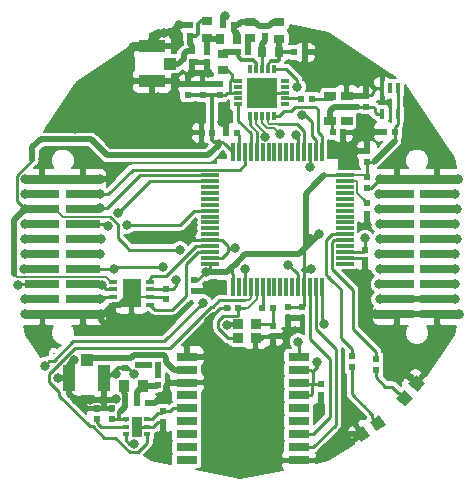
<source format=gtl>
G04 #@! TF.FileFunction,Copper,L1,Top,Signal*
%FSLAX46Y46*%
G04 Gerber Fmt 4.6, Leading zero omitted, Abs format (unit mm)*
G04 Created by KiCad (PCBNEW 4.1.0-alpha+201605071002+6776~44~ubuntu14.04.1-product) date Sun 26 Jun 2016 13:36:43 BST*
%MOMM*%
%LPD*%
G01*
G04 APERTURE LIST*
%ADD10C,0.100000*%
%ADD11R,0.620000X0.620000*%
%ADD12R,1.000000X1.050000*%
%ADD13R,1.050000X2.200000*%
%ADD14R,0.300000X1.500000*%
%ADD15R,1.500000X0.300000*%
%ADD16R,1.800000X0.700000*%
%ADD17R,1.800000X0.800000*%
%ADD18R,2.920000X0.740000*%
%ADD19R,0.650000X0.350000*%
%ADD20R,0.800000X0.800000*%
%ADD21R,1.550000X2.400000*%
%ADD22R,0.300000X0.750000*%
%ADD23R,0.750000X0.300000*%
%ADD24R,1.100000X1.100000*%
%ADD25R,2.600000X2.600000*%
%ADD26R,0.950000X0.850000*%
%ADD27R,0.900000X0.750000*%
%ADD28R,0.750000X0.900000*%
%ADD29R,0.470000X0.400000*%
%ADD30R,0.500000X0.500000*%
%ADD31R,0.950000X1.700000*%
%ADD32R,0.520000X0.520000*%
%ADD33R,0.950000X1.000000*%
%ADD34R,1.050000X1.000000*%
%ADD35R,2.200000X1.050000*%
%ADD36R,0.400000X0.950000*%
%ADD37R,1.000000X0.800000*%
%ADD38C,0.800000*%
%ADD39C,0.200000*%
%ADD40C,0.500000*%
%ADD41C,0.280000*%
%ADD42C,0.350000*%
%ADD43C,0.800000*%
%ADD44C,0.740000*%
G04 APERTURE END LIST*
D10*
D11*
X92200000Y-113250000D03*
X91300000Y-113250000D03*
D12*
X87050000Y-109625000D03*
D13*
X88525000Y-111150000D03*
X85575000Y-111150000D03*
D14*
X99425000Y-103400000D03*
X99925000Y-103400000D03*
X100425000Y-103400000D03*
X100925000Y-103400000D03*
X101425000Y-103400000D03*
X101925000Y-103400000D03*
X102425000Y-103400000D03*
X102925000Y-103400000D03*
X103425000Y-103400000D03*
X103925000Y-103400000D03*
X104425000Y-103400000D03*
X104925000Y-103400000D03*
X105425000Y-103400000D03*
X105925000Y-103400000D03*
X106425000Y-103400000D03*
X106925000Y-103400000D03*
D15*
X108875000Y-101450000D03*
X108875000Y-100950000D03*
X108875000Y-100450000D03*
X108875000Y-99950000D03*
X108875000Y-99450000D03*
X108875000Y-98950000D03*
X108875000Y-98450000D03*
X108875000Y-97950000D03*
X108875000Y-97450000D03*
X108875000Y-96950000D03*
X108875000Y-96450000D03*
X108875000Y-95950000D03*
X108875000Y-95450000D03*
X108875000Y-94950000D03*
X108875000Y-94450000D03*
X108875000Y-93950000D03*
D14*
X106925000Y-92000000D03*
X106425000Y-92000000D03*
X105925000Y-92000000D03*
X105425000Y-92000000D03*
X104925000Y-92000000D03*
X104425000Y-92000000D03*
X103925000Y-92000000D03*
X103425000Y-92000000D03*
X102925000Y-92000000D03*
X102425000Y-92000000D03*
X101925000Y-92000000D03*
X101425000Y-92000000D03*
X100925000Y-92000000D03*
X100425000Y-92000000D03*
X99925000Y-92000000D03*
X99425000Y-92000000D03*
D15*
X97475000Y-93950000D03*
X97475000Y-94450000D03*
X97475000Y-94950000D03*
X97475000Y-95450000D03*
X97475000Y-95950000D03*
X97475000Y-96450000D03*
X97475000Y-96950000D03*
X97475000Y-97450000D03*
X97475000Y-97950000D03*
X97475000Y-98450000D03*
X97475000Y-98950000D03*
X97475000Y-99450000D03*
X97475000Y-99950000D03*
X97475000Y-100450000D03*
X97475000Y-100950000D03*
X97475000Y-101450000D03*
D16*
X95500000Y-109300000D03*
D17*
X95500000Y-110400000D03*
X95500000Y-111500000D03*
X95500000Y-112600000D03*
X95500000Y-113700000D03*
X95500000Y-114800000D03*
X95500000Y-115900000D03*
X95500000Y-117000000D03*
D16*
X95500000Y-118100000D03*
X105000000Y-109300000D03*
X105000000Y-118100000D03*
D17*
X105000000Y-110400000D03*
X105000000Y-111500000D03*
X105000000Y-112600000D03*
X105000000Y-113700000D03*
X105000000Y-114800000D03*
X105000000Y-115900000D03*
X105000000Y-117000000D03*
D11*
X110800000Y-96300000D03*
X110800000Y-97200000D03*
X106870000Y-111660000D03*
X106870000Y-112560000D03*
X98950000Y-105200000D03*
X99850000Y-105200000D03*
D18*
X83285000Y-94285000D03*
X86715000Y-94285000D03*
X83285000Y-95555000D03*
X86715000Y-95555000D03*
X83285000Y-96825000D03*
X86715000Y-96825000D03*
X83285000Y-98095000D03*
X86715000Y-98095000D03*
X83285000Y-99365000D03*
X86715000Y-99365000D03*
X83285000Y-100635000D03*
X86715000Y-100635000D03*
X83285000Y-101905000D03*
X86715000Y-101905000D03*
X83285000Y-103175000D03*
X86715000Y-103175000D03*
X83285000Y-104445000D03*
X86715000Y-104445000D03*
X83285000Y-105715000D03*
X86715000Y-105715000D03*
D11*
X102800000Y-106700000D03*
X102800000Y-107600000D03*
X110750000Y-91900000D03*
X110750000Y-92800000D03*
X110750000Y-95000000D03*
X110750000Y-94100000D03*
X96080000Y-103740000D03*
X96080000Y-102840000D03*
X104050000Y-106000000D03*
X104050000Y-105100000D03*
X110600000Y-101150000D03*
X110600000Y-100250000D03*
X105300000Y-106000000D03*
X105300000Y-105100000D03*
X96756000Y-90348000D03*
X97656000Y-90348000D03*
X99750000Y-90348000D03*
X98850000Y-90348000D03*
X93725000Y-103550000D03*
X93725000Y-104450000D03*
D10*
G36*
X114886532Y-110901899D02*
X115652576Y-111544687D01*
X115041928Y-112272429D01*
X114275884Y-111629641D01*
X114886532Y-110901899D01*
X114886532Y-110901899D01*
G37*
G36*
X113858072Y-112127571D02*
X114624116Y-112770359D01*
X114013468Y-113498101D01*
X113247424Y-112855313D01*
X113858072Y-112127571D01*
X113858072Y-112127571D01*
G37*
G36*
X110242369Y-116540886D02*
X109668793Y-115721734D01*
X110446987Y-115176836D01*
X111020563Y-115995988D01*
X110242369Y-116540886D01*
X110242369Y-116540886D01*
G37*
G36*
X111553013Y-115623164D02*
X110979437Y-114804012D01*
X111757631Y-114259114D01*
X112331207Y-115078266D01*
X111553013Y-115623164D01*
X111553013Y-115623164D01*
G37*
D19*
X92375000Y-104925000D03*
X92375000Y-104275000D03*
X92375000Y-103625000D03*
X92375000Y-102975000D03*
X89275000Y-102975000D03*
X89275000Y-103625000D03*
X89275000Y-104275000D03*
X89275000Y-104925000D03*
D20*
X90825000Y-104550000D03*
X90825000Y-103350000D03*
X90825000Y-104550000D03*
X90825000Y-103350000D03*
D21*
X90825000Y-103950000D03*
D22*
X102850000Y-84950000D03*
X102350000Y-84950000D03*
X101850000Y-84950000D03*
X101350000Y-84950000D03*
X100850000Y-84950000D03*
D23*
X99850000Y-85950000D03*
X99850000Y-86450000D03*
X99850000Y-86950000D03*
X99850000Y-87450000D03*
X99850000Y-87950000D03*
D22*
X100850000Y-88950000D03*
X101350000Y-88950000D03*
X101850000Y-88950000D03*
X102350000Y-88950000D03*
X102850000Y-88950000D03*
D23*
X103850000Y-87950000D03*
X103850000Y-87450000D03*
X103850000Y-86950000D03*
X103850000Y-86450000D03*
X103850000Y-85950000D03*
D24*
X102500000Y-86300000D03*
X101200000Y-86300000D03*
X102500000Y-87600000D03*
X101200000Y-87600000D03*
D25*
X101850000Y-86950000D03*
D18*
X113285000Y-94285000D03*
X116715000Y-94285000D03*
X113285000Y-95555000D03*
X116715000Y-95555000D03*
X113285000Y-96825000D03*
X116715000Y-96825000D03*
X113285000Y-98095000D03*
X116715000Y-98095000D03*
X113285000Y-99365000D03*
X116715000Y-99365000D03*
X113285000Y-100635000D03*
X116715000Y-100635000D03*
X113285000Y-101905000D03*
X116715000Y-101905000D03*
X113285000Y-103175000D03*
X116715000Y-103175000D03*
X113285000Y-104445000D03*
X116715000Y-104445000D03*
X113285000Y-105715000D03*
X116715000Y-105715000D03*
D11*
X102800000Y-105150000D03*
X101900000Y-105150000D03*
X111500000Y-109550000D03*
X111500000Y-110450000D03*
X109500000Y-109250000D03*
X109500000Y-110150000D03*
D26*
X99875000Y-107725000D03*
X101325000Y-107725000D03*
X101325000Y-106575000D03*
X99875000Y-106575000D03*
D11*
X96850000Y-87150000D03*
X96850000Y-86250000D03*
X98350000Y-87150000D03*
X98350000Y-86250000D03*
X104600000Y-83550000D03*
X105500000Y-83550000D03*
X99800000Y-83550000D03*
X100700000Y-83550000D03*
X102100000Y-82200000D03*
X102100000Y-81300000D03*
X99500000Y-81200000D03*
X98600000Y-81200000D03*
X97200000Y-83500000D03*
X97200000Y-84400000D03*
X95950000Y-83450000D03*
X95950000Y-84350000D03*
D27*
X98550000Y-85050000D03*
X98550000Y-83650000D03*
D28*
X101900000Y-83550000D03*
X103300000Y-83550000D03*
D27*
X103350000Y-82412000D03*
X103350000Y-81012000D03*
X100850000Y-82350000D03*
X100850000Y-80950000D03*
D28*
X99750000Y-82375000D03*
X98350000Y-82375000D03*
D27*
X97250000Y-82300000D03*
X97250000Y-80900000D03*
D11*
X93500000Y-113950000D03*
X93500000Y-114850000D03*
X89150000Y-113700000D03*
X89150000Y-114600000D03*
X107850000Y-90300000D03*
X108750000Y-90300000D03*
X105200000Y-87500000D03*
X106100000Y-87500000D03*
X95600000Y-87150000D03*
X95600000Y-86250000D03*
X90250000Y-109400000D03*
X90250000Y-110300000D03*
X95800000Y-82150000D03*
X95800000Y-81250000D03*
D29*
X90335000Y-114600000D03*
X90335000Y-115250000D03*
X90335000Y-115900000D03*
X92165000Y-115900000D03*
X92165000Y-115250000D03*
X92165000Y-114600000D03*
D30*
X91250000Y-114900000D03*
X91250000Y-115600000D03*
D31*
X91250000Y-115250000D03*
D32*
X91400000Y-110000000D03*
X91400000Y-109200000D03*
X93100000Y-110000000D03*
X92300000Y-110000000D03*
X93100000Y-111700000D03*
X93100000Y-110900000D03*
D33*
X90200000Y-111800000D03*
X91800000Y-111800000D03*
D11*
X87900000Y-113700000D03*
X87900000Y-114600000D03*
D34*
X94100000Y-84500000D03*
D35*
X92575000Y-85975000D03*
X92575000Y-83025000D03*
D11*
X112200000Y-90300000D03*
X113100000Y-90300000D03*
X110700000Y-87250000D03*
X110700000Y-88150000D03*
D36*
X113374999Y-86600000D03*
X112724999Y-86600000D03*
X112074999Y-86600000D03*
X112074999Y-88800000D03*
X113374999Y-88800000D03*
D37*
X109035000Y-89375000D03*
X107635000Y-89375000D03*
X109035000Y-87275000D03*
X107635000Y-87275000D03*
D38*
X93850000Y-112800000D03*
X106400000Y-82600000D03*
X106500000Y-84500000D03*
X105550000Y-84950000D03*
X105450000Y-82150000D03*
X94480000Y-87023056D03*
X93100000Y-87350000D03*
X91050000Y-87400000D03*
X91550000Y-99150000D03*
X83600000Y-92150000D03*
X89400000Y-93400000D03*
X86700000Y-92600000D03*
X94650000Y-82550000D03*
X94807989Y-81250000D03*
X85972381Y-109622381D03*
X91047937Y-110812383D03*
X89499990Y-112860002D03*
X88447141Y-112985019D03*
X87275927Y-112985019D03*
X89474560Y-110799119D03*
X89350000Y-84900000D03*
X95960000Y-85300000D03*
X94480000Y-85900000D03*
X90600000Y-84000000D03*
X93600000Y-81900000D03*
X98010000Y-108700000D03*
X96960000Y-107660000D03*
X98720000Y-80470000D03*
X104110000Y-101510000D03*
X84600000Y-111100000D03*
X113200000Y-109200000D03*
X111000000Y-85500000D03*
X107000000Y-85500000D03*
X109000000Y-85500000D03*
X109000000Y-83500000D03*
X107000000Y-83500000D03*
X114600000Y-88600000D03*
X115400000Y-90500000D03*
X117000000Y-92000000D03*
X108800000Y-92000000D03*
X110600000Y-89600000D03*
X108600000Y-116300000D03*
X99600000Y-100100000D03*
X109600000Y-102400000D03*
X97300000Y-85300000D03*
X87000000Y-107000000D03*
X83300000Y-107600000D03*
X115900000Y-109200000D03*
X86114981Y-112985019D03*
X98000000Y-103500000D03*
X93000000Y-107000000D03*
X91000000Y-107000000D03*
X89000000Y-107000000D03*
X93500000Y-115900000D03*
X98453116Y-89417360D03*
X94000000Y-90000000D03*
X94000000Y-88000000D03*
X92000000Y-88000000D03*
X92000000Y-90000000D03*
X86000000Y-90000000D03*
X88000000Y-90000000D03*
X90000000Y-90000000D03*
X90000000Y-88000000D03*
X88000000Y-88000000D03*
X86000000Y-88000000D03*
X88000000Y-86000000D03*
X90000000Y-86000000D03*
X98900000Y-106600000D03*
X95700000Y-99100000D03*
X106700000Y-113600000D03*
X102000000Y-118000000D03*
X100000000Y-118000000D03*
X98000000Y-118000000D03*
X98000000Y-116000000D03*
X100000000Y-116000000D03*
X102000000Y-116000000D03*
X102000000Y-114000000D03*
X100000000Y-114000000D03*
X98000000Y-114000000D03*
X98000000Y-112000000D03*
X100000000Y-112000000D03*
X102000000Y-112000000D03*
X102000000Y-110000000D03*
X100000000Y-110000000D03*
X98000000Y-110000000D03*
X102500000Y-86300000D03*
X101200000Y-86300000D03*
X102500000Y-87600000D03*
X101200000Y-87600000D03*
X110800000Y-98200000D03*
X111825000Y-94275000D03*
X118585000Y-105715000D03*
X111400000Y-105700000D03*
X118500000Y-94300000D03*
X81825000Y-94275000D03*
X88175000Y-94300000D03*
X81800000Y-105725000D03*
X88200000Y-105725000D03*
X94941887Y-100241887D03*
X106000000Y-101900000D03*
X106555018Y-109744982D03*
X97100000Y-102150000D03*
X110600000Y-99300000D03*
X106700000Y-98900000D03*
X81775000Y-96825000D03*
X89310000Y-101890000D03*
X93491887Y-101691887D03*
X94600000Y-102800000D03*
X105230000Y-88890011D03*
X102135010Y-90679998D03*
X103373619Y-90438630D03*
X105900000Y-93250000D03*
X88175000Y-95550000D03*
X88175000Y-96725000D03*
X89702053Y-97117947D03*
X90410010Y-98200000D03*
X88815018Y-98224982D03*
X88300000Y-103220000D03*
X88175000Y-104450000D03*
X81800000Y-95550000D03*
X81825000Y-98100000D03*
X81825000Y-99375000D03*
X88200000Y-99375000D03*
X81800000Y-100650000D03*
X88175000Y-100650000D03*
X81710010Y-101860000D03*
X81180000Y-103215008D03*
X81800000Y-104450000D03*
X111775000Y-95550000D03*
X118200000Y-95550000D03*
X111750000Y-96825000D03*
X118375000Y-96825000D03*
X111825000Y-98100000D03*
X118200000Y-98100000D03*
X111825000Y-99350000D03*
X118370000Y-99370000D03*
X111800000Y-100625000D03*
X118175000Y-100650000D03*
X111825000Y-101900000D03*
X118175000Y-101900000D03*
X111800000Y-103175000D03*
X118175000Y-103175000D03*
X111825000Y-104450000D03*
X118175000Y-104450000D03*
X104930000Y-108030000D03*
X107140021Y-106550000D03*
X104714990Y-90530000D03*
X104850000Y-86450000D03*
X91030000Y-116700002D03*
X83479133Y-110079133D03*
X100400000Y-101900000D03*
X96855019Y-104755019D03*
D39*
X84241706Y-108984256D02*
X84269990Y-109012540D01*
D40*
X93770001Y-112321997D02*
X93770001Y-112720001D01*
X93770001Y-112720001D02*
X93850000Y-112800000D01*
X92200000Y-113250000D02*
X92841998Y-113250000D01*
X92841998Y-113250000D02*
X93770001Y-112321997D01*
X93770001Y-111829999D02*
X94100000Y-111500000D01*
X93770001Y-112321997D02*
X93770001Y-111829999D01*
X94100000Y-111500000D02*
X95500000Y-111500000D01*
X95500000Y-111500000D02*
X94320000Y-111500000D01*
X95960000Y-85300000D02*
X97300000Y-85300000D01*
X105550000Y-84950000D02*
X106050000Y-84950000D01*
X106050000Y-84950000D02*
X106500000Y-84500000D01*
X105500000Y-83550000D02*
X105500000Y-82200000D01*
X105500000Y-82200000D02*
X105450000Y-82150000D01*
X93100000Y-87350000D02*
X94153056Y-87350000D01*
X94153056Y-87350000D02*
X94480000Y-87023056D01*
X92000000Y-88000000D02*
X91650000Y-88000000D01*
X91650000Y-88000000D02*
X91050000Y-87400000D01*
X94157989Y-81900000D02*
X94157989Y-82057989D01*
X94157989Y-82057989D02*
X94650000Y-82550000D01*
X93600000Y-81900000D02*
X94157989Y-81900000D01*
X94157989Y-81900000D02*
X94807989Y-81250000D01*
X95700000Y-99100000D02*
X91600000Y-99100000D01*
X91600000Y-99100000D02*
X91550000Y-99150000D01*
D41*
X95950000Y-84350000D02*
X97150000Y-84350000D01*
D40*
X83200001Y-92600001D02*
X83285000Y-92685000D01*
X83285000Y-92685000D02*
X83285000Y-94285000D01*
X83600000Y-92150000D02*
X83200001Y-92549999D01*
X83200001Y-92549999D02*
X83200001Y-92600001D01*
X86715000Y-94285000D02*
X86715000Y-92615000D01*
X86715000Y-92615000D02*
X86700000Y-92600000D01*
X94807989Y-81250000D02*
X95800000Y-81250000D01*
X85575000Y-111150000D02*
X85575000Y-110019762D01*
X85575000Y-110019762D02*
X85972381Y-109622381D01*
D42*
X90250000Y-110300000D02*
X90535554Y-110300000D01*
X90535554Y-110300000D02*
X91047937Y-110812383D01*
D40*
X89214981Y-112985019D02*
X89374973Y-112985019D01*
X89374973Y-112985019D02*
X89499990Y-112860002D01*
X88525000Y-111150000D02*
X88525000Y-112907160D01*
D42*
X88525000Y-112907160D02*
X88447141Y-112985019D01*
D40*
X87934401Y-112985019D02*
X88447141Y-112985019D01*
X86114981Y-112985019D02*
X87934401Y-112985019D01*
D42*
X87934401Y-112985019D02*
X87275927Y-112985019D01*
X89390000Y-110560000D02*
X89390000Y-110714559D01*
X89390000Y-110714559D02*
X89474560Y-110799119D01*
X90600000Y-84000000D02*
X90250000Y-84000000D01*
X90250000Y-84000000D02*
X89350000Y-84900000D01*
X92575000Y-85975000D02*
X94405000Y-85975000D01*
X94405000Y-85975000D02*
X94480000Y-85900000D01*
D39*
X96960000Y-107094315D02*
X97250348Y-106803967D01*
X97250348Y-106803967D02*
X97350000Y-106704315D01*
D40*
X97700000Y-105800000D02*
X97250348Y-106249652D01*
X97250348Y-106249652D02*
X97250348Y-106803967D01*
D39*
X97350000Y-106704315D02*
X97350000Y-106650000D01*
X96960000Y-107660000D02*
X96960000Y-107094315D01*
X98010000Y-108700000D02*
X98010000Y-109990000D01*
X98010000Y-109990000D02*
X98000000Y-110000000D01*
D40*
X98600000Y-80688038D02*
X98600000Y-80590000D01*
X98600000Y-80590000D02*
X98720000Y-80470000D01*
D41*
X104600000Y-102000000D02*
X104110000Y-101510000D01*
D40*
X85575000Y-111150000D02*
X84650000Y-111150000D01*
X84650000Y-111150000D02*
X84600000Y-111100000D01*
D41*
X113500000Y-110122934D02*
X113500000Y-109500000D01*
X113500000Y-109500000D02*
X113200000Y-109200000D01*
X114964230Y-111587164D02*
X113500000Y-110122934D01*
X111300000Y-86800000D02*
X111402883Y-86697117D01*
X111402883Y-86697117D02*
X111500000Y-86600000D01*
X111000000Y-85500000D02*
X111000000Y-86294234D01*
X111000000Y-86294234D02*
X111402883Y-86697117D01*
X109000000Y-85500000D02*
X111000000Y-85500000D01*
X107000000Y-85500000D02*
X109000000Y-85500000D01*
X109000000Y-83500000D02*
X109000000Y-85500000D01*
X105500000Y-83550000D02*
X106950000Y-83550000D01*
X106950000Y-83550000D02*
X107000000Y-83500000D01*
X115400000Y-90500000D02*
X115400000Y-89400000D01*
X115400000Y-89400000D02*
X114600000Y-88600000D01*
D40*
X117000000Y-92000000D02*
X116900000Y-92000000D01*
X116900000Y-92000000D02*
X115400000Y-90500000D01*
X116715000Y-94285000D02*
X116715000Y-92285000D01*
X116715000Y-92285000D02*
X117000000Y-92000000D01*
X108750000Y-90300000D02*
X108750000Y-91950000D01*
X108750000Y-91950000D02*
X108800000Y-92000000D01*
X111300000Y-90300000D02*
X110600000Y-89600000D01*
D41*
X98853115Y-89846885D02*
X98850000Y-89850000D01*
X98850000Y-89850000D02*
X98850000Y-90348000D01*
X98453116Y-89417360D02*
X98853115Y-89817359D01*
X98853115Y-89817359D02*
X98853115Y-89846885D01*
X109340000Y-90300000D02*
X111300000Y-90300000D01*
X108750000Y-90300000D02*
X109340000Y-90300000D01*
X110750000Y-90850000D02*
X111300000Y-90300000D01*
X111300000Y-90300000D02*
X112200000Y-90300000D01*
X110750000Y-91900000D02*
X110750000Y-90850000D01*
X111500000Y-86600000D02*
X111700000Y-86600000D01*
X111300000Y-87000000D02*
X111300000Y-86800000D01*
X111100000Y-87200000D02*
X111300000Y-87000000D01*
X110750000Y-87200000D02*
X111100000Y-87200000D01*
X110700000Y-87250000D02*
X110750000Y-87200000D01*
X111700000Y-86600000D02*
X112074999Y-86600000D01*
D40*
X110700000Y-87250000D02*
X109060000Y-87250000D01*
X109060000Y-87250000D02*
X109035000Y-87275000D01*
X110344678Y-115858861D02*
X109041139Y-115858861D01*
X109041139Y-115858861D02*
X108600000Y-116300000D01*
D41*
X99000000Y-100215143D02*
X99000000Y-99945000D01*
X99000000Y-100455000D02*
X99000000Y-100215143D01*
X99000000Y-100215143D02*
X99484857Y-100215143D01*
X99484857Y-100215143D02*
X99600000Y-100100000D01*
X109600000Y-102400000D02*
X110165685Y-102400000D01*
X110165685Y-102400000D02*
X110600000Y-101965685D01*
X110600000Y-101965685D02*
X110600000Y-101150000D01*
X95600000Y-85660000D02*
X95960000Y-85300000D01*
X83285000Y-105715000D02*
X83285000Y-107585000D01*
X83285000Y-107585000D02*
X83300000Y-107600000D01*
D40*
X114000000Y-110200000D02*
X115000000Y-109200000D01*
X115000000Y-109200000D02*
X115900000Y-109200000D01*
X114000000Y-110600000D02*
X114000000Y-110200000D01*
X114538617Y-111138617D02*
X114000000Y-110600000D01*
X114964230Y-111587164D02*
X114538617Y-111161551D01*
X114538617Y-111161551D02*
X114538617Y-111138617D01*
X116715000Y-105715000D02*
X116715000Y-108385000D01*
X116715000Y-108385000D02*
X115900000Y-109200000D01*
X88447141Y-112985019D02*
X89214981Y-112985019D01*
D41*
X88528735Y-112533735D02*
X88528735Y-112903425D01*
D40*
X88447141Y-112985019D02*
X88528735Y-112903425D01*
X88528735Y-112903425D02*
X88528735Y-113700000D01*
X85575000Y-111150000D02*
X85575000Y-112445038D01*
X85575000Y-112445038D02*
X86114981Y-112985019D01*
X96080000Y-103740000D02*
X97760000Y-103740000D01*
X97760000Y-103740000D02*
X98000000Y-103500000D01*
X91000000Y-107000000D02*
X93000000Y-107000000D01*
X88200000Y-105725000D02*
X88200000Y-106200000D01*
X88200000Y-106200000D02*
X89000000Y-107000000D01*
D41*
X96756000Y-90348000D02*
X94348000Y-90348000D01*
X94348000Y-90348000D02*
X94000000Y-90000000D01*
X93500000Y-114850000D02*
X93500000Y-115900000D01*
X98950000Y-105200000D02*
X98300000Y-105200000D01*
X98300000Y-105200000D02*
X97700000Y-105800000D01*
X110600000Y-101150000D02*
X110600000Y-101400000D01*
D40*
X98600000Y-81200000D02*
X98600000Y-80688038D01*
X93600000Y-81900000D02*
X93100000Y-81900000D01*
D43*
X93100000Y-81900000D02*
X92575000Y-82425000D01*
D40*
X92575000Y-83025000D02*
X92575000Y-82425000D01*
X92000000Y-88000000D02*
X94000000Y-88000000D01*
X86000000Y-90000000D02*
X92000000Y-90000000D01*
X90000000Y-90000000D02*
X88000000Y-90000000D01*
X88000000Y-88000000D02*
X90000000Y-88000000D01*
X88000000Y-86000000D02*
X86000000Y-88000000D01*
X92575000Y-85975000D02*
X90025000Y-85975000D01*
X90025000Y-85975000D02*
X90000000Y-86000000D01*
X105500000Y-83550000D02*
X106550000Y-83550000D01*
D41*
X99875000Y-106575000D02*
X98925000Y-106575000D01*
X98925000Y-106575000D02*
X98900000Y-106600000D01*
X108875000Y-100950000D02*
X110400000Y-100950000D01*
X110400000Y-100950000D02*
X110600000Y-101150000D01*
X98505000Y-99450000D02*
X97475000Y-99450000D01*
X99000000Y-99945000D02*
X98505000Y-99450000D01*
X97475000Y-100950000D02*
X98505000Y-100950000D01*
X98505000Y-100950000D02*
X99000000Y-100455000D01*
X97475000Y-99450000D02*
X96050000Y-99450000D01*
X96050000Y-99450000D02*
X95700000Y-99100000D01*
X106700000Y-112550000D02*
X106700000Y-113600000D01*
D40*
X100000000Y-118000000D02*
X102000000Y-118000000D01*
X98000000Y-116000000D02*
X98000000Y-118000000D01*
X102000000Y-116000000D02*
X100000000Y-116000000D01*
X100000000Y-114000000D02*
X102000000Y-114000000D01*
X98000000Y-112000000D02*
X98000000Y-114000000D01*
X102000000Y-112000000D02*
X100000000Y-112000000D01*
X100000000Y-110000000D02*
X102000000Y-110000000D01*
X95500000Y-109300000D02*
X97300000Y-109300000D01*
X97300000Y-109300000D02*
X98000000Y-110000000D01*
X110344678Y-115858861D02*
X110344678Y-115744678D01*
D41*
X104925000Y-103400000D02*
X104925000Y-102325000D01*
X104925000Y-102325000D02*
X104600000Y-102000000D01*
D40*
X104050000Y-106000000D02*
X105300000Y-106000000D01*
X102800000Y-107600000D02*
X103610000Y-107600000D01*
X103610000Y-107600000D02*
X104050000Y-107160000D01*
X104050000Y-107160000D02*
X104050000Y-106810000D01*
X104050000Y-106810000D02*
X104050000Y-106000000D01*
D43*
X90600000Y-83400000D02*
X90600000Y-84000000D01*
X92575000Y-83025000D02*
X90975000Y-83025000D01*
X90975000Y-83025000D02*
X90600000Y-83400000D01*
D41*
X110750000Y-95000000D02*
X111100000Y-95000000D01*
X111100000Y-95000000D02*
X111825000Y-94275000D01*
X103850000Y-86950000D02*
X101850000Y-86950000D01*
X97150000Y-84350000D02*
X97200000Y-84400000D01*
D42*
X96850000Y-86250000D02*
X95600000Y-86250000D01*
D40*
X95950000Y-85350000D02*
X95910000Y-85350000D01*
X95910000Y-85350000D02*
X95600000Y-85660000D01*
D41*
X95600000Y-85660000D02*
X95600000Y-86250000D01*
D40*
X95950000Y-84350000D02*
X95950000Y-85350000D01*
D41*
X97200000Y-84350000D02*
X97250000Y-84400000D01*
X93050000Y-114850000D02*
X93050000Y-114880000D01*
X93050000Y-114880000D02*
X92680000Y-115250000D01*
X92680000Y-115250000D02*
X92165000Y-115250000D01*
X93500000Y-114850000D02*
X93050000Y-114850000D01*
D42*
X90250000Y-110300000D02*
X89660000Y-110300000D01*
X89660000Y-110300000D02*
X89400000Y-110560000D01*
D41*
X89400000Y-110560000D02*
X89390000Y-110560000D01*
D42*
X89390000Y-110560000D02*
X88800000Y-111150000D01*
D41*
X88800000Y-111150000D02*
X88525000Y-111150000D01*
D42*
X87900000Y-113700000D02*
X88528735Y-113700000D01*
X88528735Y-113700000D02*
X89150000Y-113700000D01*
D41*
X88525000Y-111150000D02*
X88525000Y-112530000D01*
X88525000Y-112530000D02*
X88528735Y-112533735D01*
X91400000Y-115400000D02*
X91250000Y-115250000D01*
X92165000Y-115250000D02*
X91250000Y-115250000D01*
D39*
X92375000Y-104275000D02*
X91150000Y-104275000D01*
X91150000Y-104275000D02*
X90825000Y-103950000D01*
D41*
X101850000Y-86950000D02*
X101750058Y-86950000D01*
X102500000Y-86300000D02*
X101850000Y-86950000D01*
X101499999Y-86699941D02*
X101100000Y-86299942D01*
X101750058Y-86950000D02*
X101499999Y-86699941D01*
X101100000Y-87030000D02*
X101100000Y-86865627D01*
X101100000Y-86865627D02*
X101100000Y-86299942D01*
X102500000Y-87600000D02*
X101670000Y-87600000D01*
X101670000Y-87600000D02*
X101100000Y-87030000D01*
X102500000Y-86300000D02*
X101200000Y-86300000D01*
X101200000Y-86300000D02*
X101200000Y-87600000D01*
X101200000Y-87600000D02*
X102500000Y-87600000D01*
X102600000Y-86300000D02*
X102500000Y-86300000D01*
X102500000Y-86300000D02*
X101100058Y-86300000D01*
X101100058Y-86300000D02*
X101100000Y-86299942D01*
X101100000Y-87500000D02*
X101200000Y-87600000D01*
X101100000Y-86299942D02*
X101100000Y-87500000D01*
X102500000Y-87600000D02*
X102500000Y-86300000D01*
X102500000Y-87600000D02*
X101850000Y-86950000D01*
D40*
X110800000Y-97200000D02*
X110800000Y-98200000D01*
D42*
X98350000Y-86250000D02*
X96850000Y-86250000D01*
D40*
X89275000Y-104925000D02*
X89850000Y-104925000D01*
X89850000Y-104925000D02*
X90825000Y-103950000D01*
X88200000Y-105725000D02*
X88475000Y-105725000D01*
X88475000Y-105725000D02*
X89275000Y-104925000D01*
D44*
X113285000Y-94285000D02*
X111835000Y-94285000D01*
X111835000Y-94285000D02*
X111825000Y-94275000D01*
D41*
X92375000Y-104275000D02*
X93550000Y-104275000D01*
X93550000Y-104275000D02*
X93725000Y-104450000D01*
D44*
X116715000Y-105715000D02*
X118585000Y-105715000D01*
X113285000Y-105715000D02*
X111415000Y-105715000D01*
X111415000Y-105715000D02*
X111400000Y-105700000D01*
X116715000Y-94285000D02*
X118485000Y-94285000D01*
X118485000Y-94285000D02*
X118500000Y-94300000D01*
X113285000Y-94285000D02*
X116715000Y-94285000D01*
X83285000Y-94285000D02*
X81835000Y-94285000D01*
X81835000Y-94285000D02*
X81825000Y-94275000D01*
X86715000Y-94285000D02*
X83285000Y-94285000D01*
X88175000Y-94300000D02*
X86730000Y-94300000D01*
X86730000Y-94300000D02*
X86715000Y-94285000D01*
X86715000Y-105715000D02*
X88190000Y-105715000D01*
X88190000Y-105715000D02*
X88200000Y-105725000D01*
X83285000Y-105715000D02*
X86715000Y-105715000D01*
X81800000Y-105725000D02*
X83275000Y-105725000D01*
X83275000Y-105725000D02*
X83285000Y-105715000D01*
D40*
X83285000Y-105715000D02*
X81810000Y-105715000D01*
X81810000Y-105715000D02*
X81800000Y-105725000D01*
X88190000Y-105715000D02*
X88200000Y-105725000D01*
D41*
X99850000Y-105200000D02*
X99850000Y-105790000D01*
X99800001Y-105839999D02*
X98609199Y-105839999D01*
X99850000Y-105790000D02*
X99800001Y-105839999D01*
X98609199Y-105839999D02*
X98189999Y-106259199D01*
X98189999Y-106259199D02*
X98189999Y-106926001D01*
X98189999Y-106926001D02*
X98988998Y-107725000D01*
X98988998Y-107725000D02*
X99875000Y-107725000D01*
D39*
X100467698Y-105200000D02*
X100665699Y-105200000D01*
X100665699Y-105200000D02*
X101425000Y-104440699D01*
X101425000Y-104440699D02*
X101425000Y-104275000D01*
D41*
X99850000Y-105200000D02*
X100467698Y-105200000D01*
D39*
X101425000Y-103400000D02*
X101425000Y-104275000D01*
D41*
X102800000Y-105150000D02*
X102800000Y-106700000D01*
X101325000Y-106575000D02*
X102675000Y-106575000D01*
X102675000Y-106575000D02*
X102800000Y-106700000D01*
D42*
X106555018Y-109744982D02*
X106555018Y-110310667D01*
X106555018Y-110310667D02*
X106212591Y-110653094D01*
X106212591Y-110653094D02*
X106153094Y-110653094D01*
D41*
X106870000Y-111660000D02*
X106163094Y-111660000D01*
X106163094Y-111660000D02*
X106153094Y-111650000D01*
D39*
X88685001Y-102535001D02*
X81160001Y-102535001D01*
X81160001Y-102535001D02*
X80900000Y-102275000D01*
X80900000Y-102275000D02*
X80939996Y-102275000D01*
D41*
X90391988Y-99981988D02*
X89670000Y-99260000D01*
X94941887Y-100241887D02*
X90651887Y-100241887D01*
X90651887Y-100241887D02*
X90391988Y-99981988D01*
D40*
X105417348Y-102000593D02*
X105899407Y-102000593D01*
X105899407Y-102000593D02*
X106000000Y-101900000D01*
X107150000Y-93950000D02*
X106382800Y-94717200D01*
D41*
X108875000Y-93950000D02*
X107150000Y-93950000D01*
X110750000Y-92800000D02*
X111340000Y-92800000D01*
X113100000Y-91040000D02*
X113100000Y-90890000D01*
D40*
X111340000Y-92800000D02*
X113100000Y-91040000D01*
D41*
X113100000Y-90890000D02*
X113100000Y-90300000D01*
X113374999Y-88800000D02*
X113374999Y-89625001D01*
X113374999Y-89625001D02*
X113100000Y-89900000D01*
X113100000Y-89900000D02*
X113100000Y-90300000D01*
X113374999Y-88800000D02*
X113374999Y-86600000D01*
X99122784Y-86950000D02*
X99334999Y-86950000D01*
X99122784Y-85977216D02*
X99300000Y-85800000D01*
X98950000Y-86950000D02*
X99122784Y-86950000D01*
X99122784Y-86950000D02*
X99122784Y-85977216D01*
X105417348Y-102362348D02*
X105417348Y-102000593D01*
X105417348Y-102000593D02*
X105417348Y-100182652D01*
X106089999Y-111713095D02*
X106089999Y-111670001D01*
X106089999Y-111670001D02*
X106110000Y-111650000D01*
X105000000Y-112600000D02*
X106000000Y-112600000D01*
X106000000Y-112600000D02*
X106089999Y-112510001D01*
X106089999Y-112510001D02*
X106089999Y-111713095D01*
X106089999Y-111713095D02*
X106153094Y-111650000D01*
X106153094Y-111650000D02*
X105150000Y-111650000D01*
X105900000Y-110400000D02*
X106153094Y-110653094D01*
X106153094Y-110653094D02*
X106153094Y-111650000D01*
X105000000Y-110400000D02*
X105900000Y-110400000D01*
X105150000Y-111650000D02*
X105000000Y-111500000D01*
X96080000Y-102840000D02*
X96410000Y-102840000D01*
X96410000Y-102840000D02*
X97100000Y-102150000D01*
D39*
X88685001Y-102535001D02*
X89125000Y-102975000D01*
X89125000Y-102975000D02*
X89275000Y-102975000D01*
D41*
X82428798Y-92650000D02*
X81099999Y-93978799D01*
X81099999Y-93978799D02*
X81099999Y-96149999D01*
X81099999Y-96149999D02*
X81375001Y-96425001D01*
X81375001Y-96425001D02*
X81775000Y-96825000D01*
D40*
X87400000Y-90900000D02*
X88775347Y-92275347D01*
X98241186Y-91358814D02*
X97324653Y-92275347D01*
X97324653Y-92275347D02*
X88775347Y-92275347D01*
D41*
X98241186Y-91100000D02*
X98525000Y-91100000D01*
D42*
X97818000Y-91100000D02*
X98241186Y-91100000D01*
D40*
X98241186Y-91100000D02*
X98241186Y-91358814D01*
D41*
X89670000Y-99260000D02*
X89670000Y-98090000D01*
X89044999Y-97464999D02*
X89670000Y-98090000D01*
D39*
X84375000Y-96825000D02*
X85014999Y-97464999D01*
X85014999Y-97464999D02*
X89044999Y-97464999D01*
X83285000Y-96825000D02*
X83285000Y-96985000D01*
D41*
X110600000Y-100250000D02*
X110600000Y-99300000D01*
X108875000Y-100450000D02*
X110400000Y-100450000D01*
X110400000Y-100450000D02*
X110600000Y-100250000D01*
D40*
X105600000Y-100000000D02*
X105417348Y-100182652D01*
X105417348Y-100182652D02*
X105000000Y-100600000D01*
D41*
X105425000Y-102370000D02*
X105417348Y-102362348D01*
X105425000Y-103400000D02*
X105425000Y-102370000D01*
X105425000Y-103400000D02*
X105425000Y-104975000D01*
X105425000Y-104975000D02*
X105300000Y-105100000D01*
X104050000Y-105100000D02*
X105300000Y-105100000D01*
X99425000Y-103400000D02*
X99425000Y-102370000D01*
X99425000Y-102370000D02*
X99306508Y-102251508D01*
X99306508Y-102251508D02*
X99306508Y-101757180D01*
D40*
X99546457Y-101517231D02*
X99306508Y-101757180D01*
X97100000Y-102150000D02*
X98913688Y-102150000D01*
X98913688Y-102150000D02*
X99306508Y-101757180D01*
X100463688Y-100600000D02*
X99546457Y-101517231D01*
D41*
X99663687Y-101400001D02*
X99546457Y-101517231D01*
X97475000Y-101450000D02*
X97475000Y-101775000D01*
X97475000Y-101775000D02*
X97100000Y-102150000D01*
D39*
X110750000Y-94100000D02*
X110600000Y-93950000D01*
X110600000Y-93950000D02*
X108875000Y-93950000D01*
D41*
X105350000Y-105100000D02*
X105400000Y-105050000D01*
D42*
X98350000Y-87150000D02*
X97707918Y-87150000D01*
X97707918Y-87150000D02*
X96850000Y-87150000D01*
X97656000Y-90348000D02*
X97656000Y-87201918D01*
D41*
X97656000Y-87201918D02*
X97707918Y-87150000D01*
X110750000Y-94100000D02*
X110750000Y-92800000D01*
X98525000Y-91100000D02*
X98700000Y-91275000D01*
D42*
X97656000Y-90348000D02*
X97656000Y-90938000D01*
X97656000Y-90938000D02*
X97818000Y-91100000D01*
X95600000Y-87150000D02*
X96850000Y-87150000D01*
D41*
X98750000Y-87150000D02*
X98950000Y-86950000D01*
X98350000Y-87150000D02*
X98750000Y-87150000D01*
X99850000Y-85950000D02*
X99450000Y-85950000D01*
X99300000Y-85800000D02*
X99300000Y-85400000D01*
X99450000Y-85950000D02*
X99300000Y-85800000D01*
X99300000Y-85400000D02*
X98950000Y-85050000D01*
X98950000Y-85050000D02*
X98550000Y-85050000D01*
X105425000Y-105025000D02*
X105400000Y-105050000D01*
X105050000Y-112550000D02*
X105000000Y-112600000D01*
X99850000Y-86950000D02*
X99334999Y-86950000D01*
D40*
X105597942Y-95522648D02*
X105597942Y-95502058D01*
X105597942Y-95502058D02*
X106382800Y-94717200D01*
X106700000Y-98900000D02*
X106200000Y-99400000D01*
X105597942Y-99200000D02*
X106000000Y-99200000D01*
X106200000Y-99400000D02*
X106100000Y-99500000D01*
X106000000Y-99200000D02*
X106200000Y-99400000D01*
X105597942Y-95522648D02*
X105597942Y-98900000D01*
X105597942Y-98900000D02*
X105597942Y-99200000D01*
X106100000Y-99500000D02*
X105600000Y-100000000D01*
X105597942Y-99200000D02*
X105597942Y-99997942D01*
X106100000Y-99500000D02*
X105897942Y-99500000D01*
X105897942Y-99500000D02*
X105597942Y-99200000D01*
X105597942Y-99997942D02*
X105600000Y-100000000D01*
X105000000Y-100600000D02*
X100463688Y-100600000D01*
X83125000Y-90900000D02*
X87400000Y-90900000D01*
X82428798Y-91596202D02*
X83125000Y-90900000D01*
X82428798Y-92650000D02*
X82428798Y-91596202D01*
D41*
X98700000Y-91275000D02*
X99425000Y-92000000D01*
D39*
X83285000Y-96825000D02*
X84375000Y-96825000D01*
D40*
X81775000Y-96825000D02*
X80900000Y-97700000D01*
X80900000Y-97700000D02*
X80900000Y-102275000D01*
D41*
X83285000Y-96825000D02*
X81775000Y-96825000D01*
X99750000Y-90348000D02*
X99925000Y-90523000D01*
X99925000Y-90523000D02*
X99925000Y-92000000D01*
X99942000Y-91983000D02*
X99925000Y-92000000D01*
D39*
X110450000Y-95950000D02*
X109915001Y-95415001D01*
X109825000Y-94450000D02*
X108875000Y-94450000D01*
X109915001Y-95415001D02*
X109915001Y-94540001D01*
X109915001Y-94540001D02*
X109825000Y-94450000D01*
D41*
X110450000Y-95950000D02*
X110800000Y-96300000D01*
X93491887Y-101691887D02*
X89508113Y-101691887D01*
X89508113Y-101691887D02*
X89310000Y-101890000D01*
X88763172Y-101905000D02*
X89295000Y-101905000D01*
X89295000Y-101905000D02*
X89310000Y-101890000D01*
X86715000Y-101905000D02*
X88763172Y-101905000D01*
X92375000Y-103625000D02*
X93650000Y-103625000D01*
X93650000Y-103625000D02*
X93725000Y-103550000D01*
X94400000Y-103465000D02*
X94600000Y-103265000D01*
X94315000Y-103550000D02*
X94400000Y-103465000D01*
X93725000Y-103550000D02*
X94315000Y-103550000D01*
X94600000Y-103265000D02*
X94600000Y-102800000D01*
X112300000Y-111850000D02*
X111500000Y-111050000D01*
X111500000Y-111050000D02*
X111500000Y-110450000D01*
X113400000Y-112360000D02*
X113482934Y-112360000D01*
X113482934Y-112360000D02*
X113935770Y-112812836D01*
X112300000Y-111850000D02*
X112890000Y-111850000D01*
X112890000Y-111850000D02*
X113400000Y-112360000D01*
X109500000Y-110150000D02*
X109500000Y-112485817D01*
X109500000Y-112485817D02*
X111225605Y-114211422D01*
X111655322Y-114941139D02*
X111225605Y-114511422D01*
X111225605Y-114511422D02*
X111225605Y-114211422D01*
X111225605Y-114211422D02*
X110500000Y-113485817D01*
X101900000Y-105150000D02*
X101925000Y-105125000D01*
X101925000Y-105125000D02*
X101925000Y-103400000D01*
X101950000Y-103425000D02*
X101925000Y-103400000D01*
X111500000Y-109550000D02*
X111500000Y-108900000D01*
X109550000Y-106950000D02*
X109550000Y-103650000D01*
X109550000Y-103650000D02*
X107794999Y-101894999D01*
X111500000Y-108900000D02*
X109550000Y-106950000D01*
X107794999Y-101894999D02*
X107794999Y-99607999D01*
X107794999Y-99607999D02*
X107952998Y-99450000D01*
X107952998Y-99450000D02*
X108875000Y-99450000D01*
X109500000Y-108660000D02*
X108547241Y-107707241D01*
X107825000Y-102877998D02*
X108547241Y-103600239D01*
X108547241Y-103600239D02*
X108547241Y-107707241D01*
X109500000Y-109250000D02*
X109500000Y-108660000D01*
X108875000Y-98950000D02*
X107788304Y-98950000D01*
X107788304Y-98950000D02*
X107324989Y-99413315D01*
X107324989Y-99413315D02*
X107324989Y-102377987D01*
X107324989Y-102377987D02*
X107522002Y-102575000D01*
X107522002Y-102575000D02*
X107825000Y-102877998D01*
X107825000Y-102877998D02*
X107404991Y-102457989D01*
X101425000Y-92000000D02*
X101425000Y-90283680D01*
D39*
X101425000Y-90283680D02*
X100850000Y-89708680D01*
D41*
X100850000Y-89708680D02*
X100850000Y-89605000D01*
X100850000Y-89605000D02*
X100850000Y-88950000D01*
X102850000Y-88950000D02*
X103322426Y-88950000D01*
X103772426Y-88500000D02*
X104350000Y-88500000D01*
X103322426Y-88950000D02*
X103772426Y-88500000D01*
X104350000Y-88500000D02*
X104699999Y-88150001D01*
X104699999Y-88150001D02*
X106350001Y-88150001D01*
X106350001Y-88150001D02*
X106580010Y-88380010D01*
X106580010Y-88380010D02*
X106580010Y-90261529D01*
X106580010Y-90261529D02*
X106925000Y-90606519D01*
X106925000Y-90606519D02*
X106925000Y-92000000D01*
D39*
X101350000Y-89629689D02*
X101350850Y-89629689D01*
X102135010Y-90413849D02*
X102135010Y-90679998D01*
X101350850Y-89629689D02*
X102135010Y-90413849D01*
D41*
X105519377Y-88878698D02*
X105241313Y-88878698D01*
X105241313Y-88878698D02*
X105230000Y-88890011D01*
X105519377Y-88878698D02*
X106100000Y-89459321D01*
X106100000Y-89459321D02*
X106100000Y-90645000D01*
X106425000Y-90970000D02*
X106425000Y-92000000D01*
X106100000Y-90645000D02*
X106425000Y-90970000D01*
D39*
X101350000Y-89629689D02*
X101350000Y-89525000D01*
X101350000Y-89525000D02*
X101350000Y-88950000D01*
X101850000Y-88950000D02*
X101850000Y-89525000D01*
X101850000Y-89525000D02*
X102290011Y-89965011D01*
X102290011Y-89965011D02*
X102900000Y-89965011D01*
X102900000Y-89965011D02*
X103373619Y-90438630D01*
D41*
X105925000Y-92000000D02*
X105925000Y-93225000D01*
X105925000Y-93225000D02*
X105900000Y-93250000D01*
X105424991Y-90234993D02*
X105424991Y-90189199D01*
X105424991Y-90189199D02*
X104830793Y-89595001D01*
X104830793Y-89595001D02*
X103257266Y-89595001D01*
D39*
X102483999Y-89595001D02*
X103257266Y-89595001D01*
X102350000Y-89461002D02*
X102483999Y-89595001D01*
X102350000Y-88950000D02*
X102350000Y-89461002D01*
D41*
X105424991Y-90234993D02*
X105425000Y-90235002D01*
X105425000Y-90235002D02*
X105425000Y-92000000D01*
X88175000Y-95550000D02*
X88848384Y-95550000D01*
X88848384Y-95550000D02*
X90928385Y-93469999D01*
X90928385Y-93469999D02*
X99985001Y-93469999D01*
X99985001Y-93469999D02*
X100425000Y-93030000D01*
X100425000Y-93030000D02*
X100425000Y-92000000D01*
X86715000Y-95555000D02*
X88170000Y-95555000D01*
X88170000Y-95555000D02*
X88175000Y-95550000D01*
X88175000Y-96725000D02*
X88740685Y-96725000D01*
X88740685Y-96725000D02*
X91515685Y-93950000D01*
X91515685Y-93950000D02*
X95865158Y-93950000D01*
X95865158Y-93950000D02*
X97475000Y-93950000D01*
X97475000Y-93950000D02*
X96445000Y-93950000D01*
X88075000Y-96825000D02*
X88175000Y-96725000D01*
X89702053Y-97117947D02*
X92370000Y-94450000D01*
X92370000Y-94450000D02*
X97475000Y-94450000D01*
X96567268Y-94450000D02*
X97475000Y-94450000D01*
X90410010Y-98200000D02*
X94940000Y-98200000D01*
X94940000Y-98200000D02*
X96140001Y-96999999D01*
X96140001Y-96999999D02*
X96640001Y-96999999D01*
X96640001Y-96999999D02*
X96690000Y-96950000D01*
X96690000Y-96950000D02*
X97475000Y-96950000D01*
X86715000Y-98095000D02*
X88685036Y-98095000D01*
X88685036Y-98095000D02*
X88815018Y-98224982D01*
X92828458Y-102450000D02*
X92600000Y-102450000D01*
X97475000Y-99950000D02*
X96280306Y-99950000D01*
X96280306Y-99950000D02*
X93780306Y-102450000D01*
X93780306Y-102450000D02*
X92828458Y-102450000D01*
X92600000Y-102450000D02*
X92375000Y-102675000D01*
X92375000Y-102675000D02*
X92375000Y-102975000D01*
X97455001Y-99930001D02*
X97475000Y-99950000D01*
X92375000Y-102975000D02*
X92525000Y-102975000D01*
X96445000Y-100450000D02*
X95434999Y-101460001D01*
X95434999Y-101460001D02*
X95434999Y-104178056D01*
X95434999Y-104178056D02*
X95100000Y-104513055D01*
X94288055Y-105325000D02*
X92775000Y-105325000D01*
X95100000Y-104513055D02*
X94288055Y-105325000D01*
X97475000Y-100450000D02*
X96445000Y-100450000D01*
X92775000Y-105325000D02*
X92375000Y-104925000D01*
X88625000Y-103625000D02*
X88625000Y-103545000D01*
X88625000Y-103545000D02*
X88300000Y-103220000D01*
X86715000Y-103175000D02*
X88255000Y-103175000D01*
D39*
X88255000Y-103175000D02*
X88300000Y-103220000D01*
D41*
X88625000Y-103625000D02*
X89275000Y-103625000D01*
X88400000Y-104450000D02*
X88575000Y-104275000D01*
X88575000Y-104275000D02*
X89275000Y-104275000D01*
X88175000Y-104450000D02*
X88400000Y-104450000D01*
X86715000Y-104445000D02*
X88170000Y-104445000D01*
X88170000Y-104445000D02*
X88175000Y-104450000D01*
X83285000Y-95555000D02*
X81805000Y-95555000D01*
X81805000Y-95555000D02*
X81800000Y-95550000D01*
X83285000Y-98095000D02*
X81830000Y-98095000D01*
X81830000Y-98095000D02*
X81825000Y-98100000D01*
X83285000Y-99365000D02*
X81835000Y-99365000D01*
X81835000Y-99365000D02*
X81825000Y-99375000D01*
X86715000Y-99365000D02*
X88190000Y-99365000D01*
X88190000Y-99365000D02*
X88200000Y-99375000D01*
X83285000Y-100635000D02*
X81815000Y-100635000D01*
X81815000Y-100635000D02*
X81800000Y-100650000D01*
X86715000Y-100635000D02*
X88160000Y-100635000D01*
X88160000Y-100635000D02*
X88175000Y-100650000D01*
X83285000Y-101905000D02*
X81755010Y-101905000D01*
X81755010Y-101905000D02*
X81710010Y-101860000D01*
X81800000Y-103175000D02*
X81220008Y-103175000D01*
X81220008Y-103175000D02*
X81180000Y-103215008D01*
X83285000Y-103175000D02*
X81800000Y-103175000D01*
X83285000Y-104445000D02*
X81805000Y-104445000D01*
X81805000Y-104445000D02*
X81800000Y-104450000D01*
D40*
X113285000Y-95555000D02*
X111780000Y-95555000D01*
X111780000Y-95555000D02*
X111775000Y-95550000D01*
X118200000Y-95550000D02*
X116720000Y-95550000D01*
X116720000Y-95550000D02*
X116715000Y-95555000D01*
X113285000Y-96825000D02*
X111750000Y-96825000D01*
X118375000Y-96825000D02*
X116715000Y-96825000D01*
X113285000Y-98095000D02*
X111830000Y-98095000D01*
X111830000Y-98095000D02*
X111825000Y-98100000D01*
X116715000Y-98095000D02*
X118195000Y-98095000D01*
X118195000Y-98095000D02*
X118200000Y-98100000D01*
X111825000Y-99350000D02*
X113270000Y-99350000D01*
X113270000Y-99350000D02*
X113285000Y-99365000D01*
X116715000Y-99365000D02*
X118365000Y-99365000D01*
X118365000Y-99365000D02*
X118370000Y-99370000D01*
X113285000Y-100635000D02*
X111810000Y-100635000D01*
X111810000Y-100635000D02*
X111800000Y-100625000D01*
X116715000Y-100635000D02*
X118160000Y-100635000D01*
X118160000Y-100635000D02*
X118175000Y-100650000D01*
X113285000Y-101905000D02*
X111830000Y-101905000D01*
X111830000Y-101905000D02*
X111825000Y-101900000D01*
X116715000Y-101905000D02*
X118170000Y-101905000D01*
X118170000Y-101905000D02*
X118175000Y-101900000D01*
X113285000Y-103175000D02*
X111800000Y-103175000D01*
X116715000Y-103175000D02*
X118175000Y-103175000D01*
X113285000Y-104445000D02*
X116715000Y-104445000D01*
X113285000Y-104445000D02*
X111830000Y-104445000D01*
X111830000Y-104445000D02*
X111825000Y-104450000D01*
X116715000Y-104445000D02*
X118170000Y-104445000D01*
X118170000Y-104445000D02*
X118175000Y-104450000D01*
D41*
X102600000Y-84239999D02*
X102610001Y-84239999D01*
X102610001Y-84239999D02*
X102575001Y-84274999D01*
X102575001Y-84274999D02*
X102350000Y-84500000D01*
D42*
X103268001Y-84239999D02*
X102600000Y-84239999D01*
X103300000Y-84100000D02*
X103300000Y-84208000D01*
X103300000Y-84208000D02*
X103268001Y-84239999D01*
X103300000Y-84100000D02*
X103300000Y-83550000D01*
D39*
X103210000Y-83640000D02*
X103300000Y-83550000D01*
X102350000Y-84500000D02*
X102350000Y-84438998D01*
D42*
X103300000Y-83550000D02*
X104600000Y-83550000D01*
D40*
X103300000Y-83550000D02*
X103300000Y-82462000D01*
D41*
X103300000Y-82462000D02*
X103350000Y-82412000D01*
X102350000Y-84950000D02*
X102350000Y-84500000D01*
X101850000Y-84950000D02*
X101850000Y-83600000D01*
X101850000Y-83600000D02*
X101900000Y-83550000D01*
D40*
X101900000Y-83550000D02*
X101900000Y-82820000D01*
X101900000Y-82820000D02*
X102100000Y-82620000D01*
X102100000Y-82620000D02*
X102100000Y-82200000D01*
D42*
X101350000Y-84420000D02*
X101340000Y-84420000D01*
X101340000Y-84420000D02*
X101125001Y-84205001D01*
X101125001Y-84205001D02*
X100113999Y-84205001D01*
X100113999Y-84205001D02*
X99800000Y-83891002D01*
X99800000Y-83891002D02*
X99800000Y-83550000D01*
D41*
X101350000Y-84590000D02*
X101350000Y-84420000D01*
X101350000Y-84950000D02*
X101350000Y-84590000D01*
D40*
X99800000Y-83550000D02*
X98650000Y-83550000D01*
D41*
X98650000Y-83550000D02*
X98550000Y-83650000D01*
D40*
X100700000Y-83500000D02*
X100700000Y-82500000D01*
D41*
X100700000Y-82500000D02*
X100850000Y-82350000D01*
D40*
X99500000Y-81200000D02*
X99850000Y-81200000D01*
X99850000Y-81200000D02*
X100100000Y-80950000D01*
X99750000Y-81950000D02*
X99500000Y-81700000D01*
X99500000Y-81700000D02*
X99500000Y-81200000D01*
X99750000Y-82375000D02*
X99750000Y-81950000D01*
X100100000Y-80950000D02*
X100850000Y-80950000D01*
X102100000Y-81300000D02*
X102500000Y-81300000D01*
X102500000Y-81300000D02*
X102788000Y-81012000D01*
X102788000Y-81012000D02*
X103350000Y-81012000D01*
X102100000Y-81300000D02*
X101650000Y-81300000D01*
X101650000Y-81300000D02*
X101300000Y-80950000D01*
D42*
X101300000Y-80950000D02*
X100850000Y-80950000D01*
D41*
X100800000Y-81000000D02*
X100850000Y-80950000D01*
D40*
X98350000Y-82375000D02*
X97325000Y-82375000D01*
D41*
X97325000Y-82375000D02*
X97250000Y-82300000D01*
D40*
X97200000Y-83500000D02*
X97200000Y-82350000D01*
D41*
X97200000Y-82350000D02*
X97250000Y-82300000D01*
X97300000Y-82250000D02*
X97250000Y-82300000D01*
D40*
X94800000Y-84500000D02*
X95229999Y-84070001D01*
X95229999Y-84070001D02*
X95229999Y-83711999D01*
X95229999Y-83711999D02*
X95491998Y-83450000D01*
X95491998Y-83450000D02*
X95950000Y-83450000D01*
X94100000Y-84500000D02*
X94800000Y-84500000D01*
X95800000Y-82850000D02*
X95800000Y-82150000D01*
X95950000Y-83000000D02*
X95800000Y-82850000D01*
X95950000Y-83450000D02*
X95950000Y-83000000D01*
D42*
X96454999Y-81955001D02*
X96454999Y-81836003D01*
X96454999Y-81836003D02*
X96455001Y-81836001D01*
X96455001Y-81836001D02*
X96455001Y-81134999D01*
X96260000Y-82150000D02*
X96454999Y-81955001D01*
X97250000Y-80900000D02*
X96690000Y-80900000D01*
X96690000Y-80900000D02*
X96455001Y-81134999D01*
X96260000Y-82150000D02*
X95800000Y-82150000D01*
X97250000Y-80900000D02*
X97175000Y-80900000D01*
D40*
X91300000Y-113250000D02*
X91300000Y-112300000D01*
X91300000Y-112300000D02*
X91800000Y-111800000D01*
X91800000Y-111800000D02*
X93000000Y-111800000D01*
D41*
X93000000Y-111800000D02*
X93100000Y-111700000D01*
X93100000Y-114050000D02*
X93400000Y-114050000D01*
X93400000Y-114050000D02*
X93500000Y-113950000D01*
X92760000Y-114390000D02*
X93100000Y-114050000D01*
X92760000Y-114450000D02*
X92760000Y-114390000D01*
X94100000Y-113950000D02*
X94100000Y-113920000D01*
X94100000Y-113920000D02*
X94320000Y-113700000D01*
X94320000Y-113700000D02*
X95500000Y-113700000D01*
X93500000Y-113950000D02*
X94100000Y-113950000D01*
X92600000Y-114610000D02*
X92175000Y-114610000D01*
X92175000Y-114610000D02*
X92165000Y-114600000D01*
X92760000Y-114450000D02*
X92600000Y-114610000D01*
D42*
X89870001Y-114029999D02*
X89806765Y-114093235D01*
X89806765Y-114093235D02*
X89806765Y-114600000D01*
D40*
X90309991Y-113590009D02*
X89870001Y-114029999D01*
X90200000Y-111800000D02*
X90200000Y-112361210D01*
X90200000Y-112361210D02*
X90309991Y-112471201D01*
X90309991Y-112471201D02*
X90309991Y-113590009D01*
D41*
X89150000Y-114600000D02*
X89806765Y-114600000D01*
X89806765Y-114600000D02*
X90335000Y-114600000D01*
X90285000Y-114650000D02*
X90335000Y-114600000D01*
X105200000Y-87500000D02*
X105150000Y-87450000D01*
X105150000Y-87450000D02*
X103850000Y-87450000D01*
X106100000Y-87500000D02*
X107770000Y-87500000D01*
D40*
X90250000Y-109400000D02*
X87275000Y-109400000D01*
X87275000Y-109400000D02*
X87050000Y-109625000D01*
X92695501Y-109190009D02*
X93566011Y-109190009D01*
X93566011Y-109190009D02*
X93780001Y-109403999D01*
X93780001Y-109403999D02*
X93780001Y-109780001D01*
X93780001Y-109780001D02*
X94400000Y-110400000D01*
X94400000Y-110400000D02*
X95500000Y-110400000D01*
X93548011Y-109190009D02*
X92695501Y-109190009D01*
X92695501Y-109190009D02*
X92100000Y-109190009D01*
X90800000Y-109400000D02*
X90250000Y-109400000D01*
X91000000Y-109200000D02*
X90800000Y-109400000D01*
X91400000Y-109200000D02*
X91000000Y-109200000D01*
X91400000Y-109200000D02*
X92090009Y-109200000D01*
D42*
X92090009Y-109200000D02*
X92100000Y-109190009D01*
D41*
X87900000Y-114950000D02*
X87900000Y-114600000D01*
X88200000Y-115250000D02*
X87900000Y-114950000D01*
X90335000Y-115250000D02*
X88200000Y-115250000D01*
X105940001Y-104525999D02*
X105940001Y-107802268D01*
X105000000Y-115900000D02*
X106180000Y-115900000D01*
X107650000Y-114430000D02*
X107650000Y-109512267D01*
X106180000Y-115900000D02*
X107650000Y-114430000D01*
X107650000Y-109512267D02*
X105940001Y-107802268D01*
X105925000Y-103400000D02*
X105925000Y-104510998D01*
X105925000Y-104510998D02*
X105940001Y-104525999D01*
X106425000Y-103400000D02*
X106425000Y-104425000D01*
X106425000Y-104425000D02*
X106410011Y-104439989D01*
X106410011Y-104439989D02*
X106410011Y-106934705D01*
X106410011Y-106934705D02*
X108120009Y-108644703D01*
X108120009Y-108644703D02*
X108120009Y-115059991D01*
X108120009Y-115059991D02*
X106180000Y-117000000D01*
X106180000Y-117000000D02*
X105000000Y-117000000D01*
X105000000Y-109300000D02*
X105000000Y-108100000D01*
X105000000Y-108100000D02*
X104930000Y-108030000D01*
X104850000Y-109150000D02*
X105000000Y-109300000D01*
X106925000Y-104884979D02*
X106925000Y-106334979D01*
X106925000Y-106334979D02*
X107140021Y-106550000D01*
X106925000Y-103400000D02*
X106925000Y-104884979D01*
D40*
X92300000Y-110000000D02*
X91400000Y-110000000D01*
X93100000Y-110900000D02*
X93100000Y-110000000D01*
D41*
X104925000Y-92000000D02*
X104925000Y-90740010D01*
X104925000Y-90740010D02*
X104714990Y-90530000D01*
X103900000Y-84950000D02*
X102850000Y-84950000D01*
X103900000Y-84950000D02*
X104850000Y-85900000D01*
X104850000Y-85900000D02*
X104850000Y-86450000D01*
X103900000Y-84950000D02*
X103950000Y-85000000D01*
X100925000Y-92000000D02*
X100925000Y-90405948D01*
X100925000Y-90405948D02*
X99850000Y-89330948D01*
X99850000Y-89330948D02*
X99850000Y-88380000D01*
X99850000Y-88380000D02*
X99850000Y-87950000D01*
D40*
X109990000Y-88150000D02*
X107960000Y-88150000D01*
X107960000Y-88150000D02*
X107635000Y-88475000D01*
X107635000Y-88475000D02*
X107635000Y-89375000D01*
D41*
X110700000Y-88150000D02*
X109990000Y-88150000D01*
X112074999Y-88800000D02*
X111600000Y-88800000D01*
X111600000Y-88800000D02*
X111400000Y-88600000D01*
X111400000Y-88600000D02*
X111400000Y-88260000D01*
X111400000Y-88260000D02*
X111290000Y-88150000D01*
X111290000Y-88150000D02*
X110700000Y-88150000D01*
X107770000Y-89150000D02*
X107770000Y-90220000D01*
X107770000Y-90220000D02*
X107850000Y-90300000D01*
X83479133Y-110079133D02*
X83879132Y-109679134D01*
X84220866Y-109679134D02*
X85889962Y-108010038D01*
X83879132Y-109679134D02*
X84220866Y-109679134D01*
X85889962Y-108010038D02*
X93600000Y-108010038D01*
X93600000Y-108010038D02*
X96855019Y-104755019D01*
X90335000Y-115900000D02*
X90335000Y-116380000D01*
X90335000Y-116380000D02*
X90655002Y-116700002D01*
X90655002Y-116700002D02*
X91030000Y-116700002D01*
X100400000Y-101900000D02*
X100400000Y-103375000D01*
X100400000Y-103375000D02*
X100425000Y-103400000D01*
X92165000Y-115900000D02*
X92165000Y-116615804D01*
X88483590Y-116170000D02*
X87533590Y-115220000D01*
X92165000Y-116615804D02*
X91370801Y-117410003D01*
X94105241Y-108599999D02*
X97595020Y-105110220D01*
X91370801Y-117410003D02*
X90689199Y-117410003D01*
X90689199Y-117410003D02*
X89449196Y-116170000D01*
X89449196Y-116170000D02*
X88483590Y-116170000D01*
X87533590Y-115220000D02*
X87280000Y-115220000D01*
X87280000Y-115220000D02*
X84709999Y-112649999D01*
X97595020Y-105110220D02*
X97710944Y-105110220D01*
X84709999Y-112649999D02*
X84709999Y-112305201D01*
X84709999Y-112305201D02*
X83859999Y-111455201D01*
X83859999Y-111455201D02*
X83859999Y-110744799D01*
X83859999Y-110744799D02*
X86004799Y-108599999D01*
X86004799Y-108599999D02*
X94105241Y-108599999D01*
X97710944Y-105110220D02*
X98271165Y-104549999D01*
X98271165Y-104549999D02*
X100438863Y-104549999D01*
D39*
X100925000Y-104375000D02*
X100750001Y-104549999D01*
X100750001Y-104549999D02*
X100438863Y-104549999D01*
X100925000Y-103400000D02*
X100925000Y-104375000D01*
G36*
X98032000Y-105630938D02*
X98038615Y-105646908D01*
X97808161Y-105877361D01*
X97691104Y-106052550D01*
X97649999Y-106259199D01*
X97649999Y-106926001D01*
X97691104Y-107132650D01*
X97808161Y-107307839D01*
X98607160Y-108106838D01*
X98782349Y-108223895D01*
X98988998Y-108265000D01*
X99015039Y-108265000D01*
X99023209Y-108306072D01*
X99111616Y-108438384D01*
X99243928Y-108526791D01*
X99400000Y-108557836D01*
X100350000Y-108557836D01*
X100390031Y-108549873D01*
X100505595Y-108665437D01*
X100729061Y-108758000D01*
X101019000Y-108758000D01*
X101171000Y-108606000D01*
X101171000Y-107879000D01*
X101479000Y-107879000D01*
X101479000Y-108606000D01*
X101631000Y-108758000D01*
X101920939Y-108758000D01*
X102144405Y-108665437D01*
X102314459Y-108495383D01*
X102369062Y-108518000D01*
X102494000Y-108518000D01*
X102646000Y-108366000D01*
X102646000Y-107754000D01*
X102954000Y-107754000D01*
X102954000Y-108366000D01*
X103106000Y-108518000D01*
X103230938Y-108518000D01*
X103454404Y-108425438D01*
X103625437Y-108254405D01*
X103718000Y-108030939D01*
X103718000Y-107906000D01*
X103566000Y-107754000D01*
X102954000Y-107754000D01*
X102646000Y-107754000D01*
X102034000Y-107754000D01*
X101909000Y-107879000D01*
X101479000Y-107879000D01*
X101171000Y-107879000D01*
X101151000Y-107879000D01*
X101151000Y-107571000D01*
X101171000Y-107571000D01*
X101171000Y-107551000D01*
X101479000Y-107551000D01*
X101479000Y-107571000D01*
X102256000Y-107571000D01*
X102381000Y-107446000D01*
X102646000Y-107446000D01*
X102646000Y-107426000D01*
X102954000Y-107426000D01*
X102954000Y-107446000D01*
X103566000Y-107446000D01*
X103718000Y-107294000D01*
X103718000Y-107169061D01*
X103625437Y-106945595D01*
X103582837Y-106902995D01*
X103619062Y-106918000D01*
X103744000Y-106918000D01*
X103896000Y-106766000D01*
X103896000Y-106154000D01*
X104204000Y-106154000D01*
X104204000Y-106766000D01*
X104356000Y-106918000D01*
X104480938Y-106918000D01*
X104675000Y-106837617D01*
X104869062Y-106918000D01*
X104994000Y-106918000D01*
X105146000Y-106766000D01*
X105146000Y-106154000D01*
X104204000Y-106154000D01*
X103896000Y-106154000D01*
X103876000Y-106154000D01*
X103876000Y-105846000D01*
X103896000Y-105846000D01*
X103896000Y-105826000D01*
X104204000Y-105826000D01*
X104204000Y-105846000D01*
X105146000Y-105846000D01*
X105146000Y-105826000D01*
X105400001Y-105826000D01*
X105400001Y-107368462D01*
X105383755Y-107352188D01*
X105089828Y-107230139D01*
X104771568Y-107229861D01*
X104477428Y-107351397D01*
X104252188Y-107576245D01*
X104130139Y-107870172D01*
X104129861Y-108188432D01*
X104251397Y-108482572D01*
X104310885Y-108542164D01*
X104100000Y-108542164D01*
X103943928Y-108573209D01*
X103811616Y-108661616D01*
X103723209Y-108793928D01*
X103692164Y-108950000D01*
X103692164Y-109650000D01*
X103723209Y-109806072D01*
X103735856Y-109825000D01*
X103723209Y-109843928D01*
X103692164Y-110000000D01*
X103692164Y-110800000D01*
X103722001Y-110950000D01*
X103692164Y-111100000D01*
X103692164Y-111900000D01*
X103722001Y-112050000D01*
X103692164Y-112200000D01*
X103692164Y-113000000D01*
X103722001Y-113150000D01*
X103692164Y-113300000D01*
X103692164Y-114100000D01*
X103722001Y-114250000D01*
X103692164Y-114400000D01*
X103692164Y-115200000D01*
X103722001Y-115350000D01*
X103692164Y-115500000D01*
X103692164Y-116300000D01*
X103722001Y-116450000D01*
X103692164Y-116600000D01*
X103692164Y-117297994D01*
X103584562Y-117405596D01*
X103492000Y-117629062D01*
X103492000Y-117794000D01*
X103644000Y-117946000D01*
X104846000Y-117946000D01*
X104846000Y-117926000D01*
X105154000Y-117926000D01*
X105154000Y-117946000D01*
X106356000Y-117946000D01*
X106508000Y-117794000D01*
X106508000Y-117629062D01*
X106439466Y-117463604D01*
X106561838Y-117381838D01*
X108208418Y-115735258D01*
X109049028Y-115735258D01*
X109101381Y-115971402D01*
X109240116Y-116169536D01*
X109282022Y-116229384D01*
X109493717Y-116266711D01*
X110130198Y-115821042D01*
X109670190Y-115164082D01*
X109458495Y-115126755D01*
X109220991Y-115293057D01*
X109091030Y-115497055D01*
X109049028Y-115735258D01*
X108208418Y-115735258D01*
X108501847Y-115441829D01*
X108618904Y-115266640D01*
X108660009Y-115059991D01*
X108660009Y-108644703D01*
X108644858Y-108568533D01*
X108832052Y-108755727D01*
X108813209Y-108783928D01*
X108782164Y-108940000D01*
X108782164Y-109560000D01*
X108810012Y-109700000D01*
X108782164Y-109840000D01*
X108782164Y-110460000D01*
X108813209Y-110616072D01*
X108901616Y-110748384D01*
X108960000Y-110787394D01*
X108960000Y-112485817D01*
X109001105Y-112692466D01*
X109118162Y-112867655D01*
X110685605Y-114435098D01*
X110685605Y-114511422D01*
X110689078Y-114528884D01*
X110635472Y-114584882D01*
X110632630Y-114592191D01*
X110433465Y-114557072D01*
X110197320Y-114609424D01*
X109959816Y-114775726D01*
X109922488Y-114987421D01*
X110382497Y-115644381D01*
X110398880Y-115632909D01*
X110575541Y-115885209D01*
X110559158Y-115896680D01*
X110570630Y-115913063D01*
X110318330Y-116089724D01*
X110306859Y-116073341D01*
X109670378Y-116519010D01*
X109643729Y-116670144D01*
X107498682Y-118103419D01*
X106419985Y-118317985D01*
X106356000Y-118254000D01*
X105154000Y-118254000D01*
X105154000Y-118274000D01*
X104846000Y-118274000D01*
X104846000Y-118254000D01*
X103644000Y-118254000D01*
X103492000Y-118406000D01*
X103492000Y-118570938D01*
X103584562Y-118794404D01*
X103657613Y-118867455D01*
X100000000Y-119595000D01*
X96294027Y-118857836D01*
X96400000Y-118857836D01*
X96556072Y-118826791D01*
X96688384Y-118738384D01*
X96776791Y-118606072D01*
X96807836Y-118450000D01*
X96807836Y-117750000D01*
X96776791Y-117593928D01*
X96764144Y-117575000D01*
X96776791Y-117556072D01*
X96807836Y-117400000D01*
X96807836Y-116600000D01*
X96777999Y-116450000D01*
X96807836Y-116300000D01*
X96807836Y-115500000D01*
X96777999Y-115350000D01*
X96807836Y-115200000D01*
X96807836Y-114400000D01*
X96777999Y-114250000D01*
X96807836Y-114100000D01*
X96807836Y-113300000D01*
X96777999Y-113150000D01*
X96807836Y-113000000D01*
X96807836Y-112352006D01*
X96915438Y-112244404D01*
X97008000Y-112020938D01*
X97008000Y-111806000D01*
X96856000Y-111654000D01*
X95654000Y-111654000D01*
X95654000Y-111674000D01*
X95346000Y-111674000D01*
X95346000Y-111654000D01*
X94144000Y-111654000D01*
X93992000Y-111806000D01*
X93992000Y-112020938D01*
X94084562Y-112244404D01*
X94192164Y-112352006D01*
X94192164Y-113000000D01*
X94222001Y-113150000D01*
X94215893Y-113180708D01*
X94113351Y-113201105D01*
X93993239Y-113281361D01*
X93966072Y-113263209D01*
X93810000Y-113232164D01*
X93190000Y-113232164D01*
X93118000Y-113246486D01*
X93118000Y-113095998D01*
X92966002Y-113095998D01*
X93118000Y-112944000D01*
X93118000Y-112819062D01*
X93025438Y-112595596D01*
X92879842Y-112450000D01*
X93000000Y-112450000D01*
X93248744Y-112400522D01*
X93297662Y-112367836D01*
X93360000Y-112367836D01*
X93516072Y-112336791D01*
X93648384Y-112248384D01*
X93736791Y-112116072D01*
X93767836Y-111960000D01*
X93767836Y-111440000D01*
X93739988Y-111300000D01*
X93767836Y-111160000D01*
X93767836Y-110687074D01*
X93940381Y-110859619D01*
X94019560Y-110912525D01*
X93992000Y-110979062D01*
X93992000Y-111194000D01*
X94144000Y-111346000D01*
X95346000Y-111346000D01*
X95346000Y-111326000D01*
X95654000Y-111326000D01*
X95654000Y-111346000D01*
X96856000Y-111346000D01*
X97008000Y-111194000D01*
X97008000Y-110979062D01*
X96915438Y-110755596D01*
X96807836Y-110647994D01*
X96807836Y-110102006D01*
X96915438Y-109994404D01*
X97008000Y-109770938D01*
X97008000Y-109606000D01*
X96856000Y-109454000D01*
X95654000Y-109454000D01*
X95654000Y-109474000D01*
X95346000Y-109474000D01*
X95346000Y-109454000D01*
X95326000Y-109454000D01*
X95326000Y-109146000D01*
X95346000Y-109146000D01*
X95346000Y-108494000D01*
X95654000Y-108494000D01*
X95654000Y-109146000D01*
X96856000Y-109146000D01*
X97008000Y-108994000D01*
X97008000Y-108829062D01*
X96915438Y-108605596D01*
X96744405Y-108434563D01*
X96520939Y-108342000D01*
X95806000Y-108342000D01*
X95654000Y-108494000D01*
X95346000Y-108494000D01*
X95194000Y-108342000D01*
X95126916Y-108342000D01*
X97845451Y-105623465D01*
X97917593Y-105609115D01*
X98032000Y-105532671D01*
X98032000Y-105630938D01*
X98032000Y-105630938D01*
G37*
X98032000Y-105630938D02*
X98038615Y-105646908D01*
X97808161Y-105877361D01*
X97691104Y-106052550D01*
X97649999Y-106259199D01*
X97649999Y-106926001D01*
X97691104Y-107132650D01*
X97808161Y-107307839D01*
X98607160Y-108106838D01*
X98782349Y-108223895D01*
X98988998Y-108265000D01*
X99015039Y-108265000D01*
X99023209Y-108306072D01*
X99111616Y-108438384D01*
X99243928Y-108526791D01*
X99400000Y-108557836D01*
X100350000Y-108557836D01*
X100390031Y-108549873D01*
X100505595Y-108665437D01*
X100729061Y-108758000D01*
X101019000Y-108758000D01*
X101171000Y-108606000D01*
X101171000Y-107879000D01*
X101479000Y-107879000D01*
X101479000Y-108606000D01*
X101631000Y-108758000D01*
X101920939Y-108758000D01*
X102144405Y-108665437D01*
X102314459Y-108495383D01*
X102369062Y-108518000D01*
X102494000Y-108518000D01*
X102646000Y-108366000D01*
X102646000Y-107754000D01*
X102954000Y-107754000D01*
X102954000Y-108366000D01*
X103106000Y-108518000D01*
X103230938Y-108518000D01*
X103454404Y-108425438D01*
X103625437Y-108254405D01*
X103718000Y-108030939D01*
X103718000Y-107906000D01*
X103566000Y-107754000D01*
X102954000Y-107754000D01*
X102646000Y-107754000D01*
X102034000Y-107754000D01*
X101909000Y-107879000D01*
X101479000Y-107879000D01*
X101171000Y-107879000D01*
X101151000Y-107879000D01*
X101151000Y-107571000D01*
X101171000Y-107571000D01*
X101171000Y-107551000D01*
X101479000Y-107551000D01*
X101479000Y-107571000D01*
X102256000Y-107571000D01*
X102381000Y-107446000D01*
X102646000Y-107446000D01*
X102646000Y-107426000D01*
X102954000Y-107426000D01*
X102954000Y-107446000D01*
X103566000Y-107446000D01*
X103718000Y-107294000D01*
X103718000Y-107169061D01*
X103625437Y-106945595D01*
X103582837Y-106902995D01*
X103619062Y-106918000D01*
X103744000Y-106918000D01*
X103896000Y-106766000D01*
X103896000Y-106154000D01*
X104204000Y-106154000D01*
X104204000Y-106766000D01*
X104356000Y-106918000D01*
X104480938Y-106918000D01*
X104675000Y-106837617D01*
X104869062Y-106918000D01*
X104994000Y-106918000D01*
X105146000Y-106766000D01*
X105146000Y-106154000D01*
X104204000Y-106154000D01*
X103896000Y-106154000D01*
X103876000Y-106154000D01*
X103876000Y-105846000D01*
X103896000Y-105846000D01*
X103896000Y-105826000D01*
X104204000Y-105826000D01*
X104204000Y-105846000D01*
X105146000Y-105846000D01*
X105146000Y-105826000D01*
X105400001Y-105826000D01*
X105400001Y-107368462D01*
X105383755Y-107352188D01*
X105089828Y-107230139D01*
X104771568Y-107229861D01*
X104477428Y-107351397D01*
X104252188Y-107576245D01*
X104130139Y-107870172D01*
X104129861Y-108188432D01*
X104251397Y-108482572D01*
X104310885Y-108542164D01*
X104100000Y-108542164D01*
X103943928Y-108573209D01*
X103811616Y-108661616D01*
X103723209Y-108793928D01*
X103692164Y-108950000D01*
X103692164Y-109650000D01*
X103723209Y-109806072D01*
X103735856Y-109825000D01*
X103723209Y-109843928D01*
X103692164Y-110000000D01*
X103692164Y-110800000D01*
X103722001Y-110950000D01*
X103692164Y-111100000D01*
X103692164Y-111900000D01*
X103722001Y-112050000D01*
X103692164Y-112200000D01*
X103692164Y-113000000D01*
X103722001Y-113150000D01*
X103692164Y-113300000D01*
X103692164Y-114100000D01*
X103722001Y-114250000D01*
X103692164Y-114400000D01*
X103692164Y-115200000D01*
X103722001Y-115350000D01*
X103692164Y-115500000D01*
X103692164Y-116300000D01*
X103722001Y-116450000D01*
X103692164Y-116600000D01*
X103692164Y-117297994D01*
X103584562Y-117405596D01*
X103492000Y-117629062D01*
X103492000Y-117794000D01*
X103644000Y-117946000D01*
X104846000Y-117946000D01*
X104846000Y-117926000D01*
X105154000Y-117926000D01*
X105154000Y-117946000D01*
X106356000Y-117946000D01*
X106508000Y-117794000D01*
X106508000Y-117629062D01*
X106439466Y-117463604D01*
X106561838Y-117381838D01*
X108208418Y-115735258D01*
X109049028Y-115735258D01*
X109101381Y-115971402D01*
X109240116Y-116169536D01*
X109282022Y-116229384D01*
X109493717Y-116266711D01*
X110130198Y-115821042D01*
X109670190Y-115164082D01*
X109458495Y-115126755D01*
X109220991Y-115293057D01*
X109091030Y-115497055D01*
X109049028Y-115735258D01*
X108208418Y-115735258D01*
X108501847Y-115441829D01*
X108618904Y-115266640D01*
X108660009Y-115059991D01*
X108660009Y-108644703D01*
X108644858Y-108568533D01*
X108832052Y-108755727D01*
X108813209Y-108783928D01*
X108782164Y-108940000D01*
X108782164Y-109560000D01*
X108810012Y-109700000D01*
X108782164Y-109840000D01*
X108782164Y-110460000D01*
X108813209Y-110616072D01*
X108901616Y-110748384D01*
X108960000Y-110787394D01*
X108960000Y-112485817D01*
X109001105Y-112692466D01*
X109118162Y-112867655D01*
X110685605Y-114435098D01*
X110685605Y-114511422D01*
X110689078Y-114528884D01*
X110635472Y-114584882D01*
X110632630Y-114592191D01*
X110433465Y-114557072D01*
X110197320Y-114609424D01*
X109959816Y-114775726D01*
X109922488Y-114987421D01*
X110382497Y-115644381D01*
X110398880Y-115632909D01*
X110575541Y-115885209D01*
X110559158Y-115896680D01*
X110570630Y-115913063D01*
X110318330Y-116089724D01*
X110306859Y-116073341D01*
X109670378Y-116519010D01*
X109643729Y-116670144D01*
X107498682Y-118103419D01*
X106419985Y-118317985D01*
X106356000Y-118254000D01*
X105154000Y-118254000D01*
X105154000Y-118274000D01*
X104846000Y-118274000D01*
X104846000Y-118254000D01*
X103644000Y-118254000D01*
X103492000Y-118406000D01*
X103492000Y-118570938D01*
X103584562Y-118794404D01*
X103657613Y-118867455D01*
X100000000Y-119595000D01*
X96294027Y-118857836D01*
X96400000Y-118857836D01*
X96556072Y-118826791D01*
X96688384Y-118738384D01*
X96776791Y-118606072D01*
X96807836Y-118450000D01*
X96807836Y-117750000D01*
X96776791Y-117593928D01*
X96764144Y-117575000D01*
X96776791Y-117556072D01*
X96807836Y-117400000D01*
X96807836Y-116600000D01*
X96777999Y-116450000D01*
X96807836Y-116300000D01*
X96807836Y-115500000D01*
X96777999Y-115350000D01*
X96807836Y-115200000D01*
X96807836Y-114400000D01*
X96777999Y-114250000D01*
X96807836Y-114100000D01*
X96807836Y-113300000D01*
X96777999Y-113150000D01*
X96807836Y-113000000D01*
X96807836Y-112352006D01*
X96915438Y-112244404D01*
X97008000Y-112020938D01*
X97008000Y-111806000D01*
X96856000Y-111654000D01*
X95654000Y-111654000D01*
X95654000Y-111674000D01*
X95346000Y-111674000D01*
X95346000Y-111654000D01*
X94144000Y-111654000D01*
X93992000Y-111806000D01*
X93992000Y-112020938D01*
X94084562Y-112244404D01*
X94192164Y-112352006D01*
X94192164Y-113000000D01*
X94222001Y-113150000D01*
X94215893Y-113180708D01*
X94113351Y-113201105D01*
X93993239Y-113281361D01*
X93966072Y-113263209D01*
X93810000Y-113232164D01*
X93190000Y-113232164D01*
X93118000Y-113246486D01*
X93118000Y-113095998D01*
X92966002Y-113095998D01*
X93118000Y-112944000D01*
X93118000Y-112819062D01*
X93025438Y-112595596D01*
X92879842Y-112450000D01*
X93000000Y-112450000D01*
X93248744Y-112400522D01*
X93297662Y-112367836D01*
X93360000Y-112367836D01*
X93516072Y-112336791D01*
X93648384Y-112248384D01*
X93736791Y-112116072D01*
X93767836Y-111960000D01*
X93767836Y-111440000D01*
X93739988Y-111300000D01*
X93767836Y-111160000D01*
X93767836Y-110687074D01*
X93940381Y-110859619D01*
X94019560Y-110912525D01*
X93992000Y-110979062D01*
X93992000Y-111194000D01*
X94144000Y-111346000D01*
X95346000Y-111346000D01*
X95346000Y-111326000D01*
X95654000Y-111326000D01*
X95654000Y-111346000D01*
X96856000Y-111346000D01*
X97008000Y-111194000D01*
X97008000Y-110979062D01*
X96915438Y-110755596D01*
X96807836Y-110647994D01*
X96807836Y-110102006D01*
X96915438Y-109994404D01*
X97008000Y-109770938D01*
X97008000Y-109606000D01*
X96856000Y-109454000D01*
X95654000Y-109454000D01*
X95654000Y-109474000D01*
X95346000Y-109474000D01*
X95346000Y-109454000D01*
X95326000Y-109454000D01*
X95326000Y-109146000D01*
X95346000Y-109146000D01*
X95346000Y-108494000D01*
X95654000Y-108494000D01*
X95654000Y-109146000D01*
X96856000Y-109146000D01*
X97008000Y-108994000D01*
X97008000Y-108829062D01*
X96915438Y-108605596D01*
X96744405Y-108434563D01*
X96520939Y-108342000D01*
X95806000Y-108342000D01*
X95654000Y-108494000D01*
X95346000Y-108494000D01*
X95194000Y-108342000D01*
X95126916Y-108342000D01*
X97845451Y-105623465D01*
X97917593Y-105609115D01*
X98032000Y-105532671D01*
X98032000Y-105630938D01*
G36*
X93654000Y-114696000D02*
X93674000Y-114696000D01*
X93674000Y-115004000D01*
X93654000Y-115004000D01*
X93654000Y-115616000D01*
X93806000Y-115768000D01*
X93930938Y-115768000D01*
X94154404Y-115675438D01*
X94192164Y-115637678D01*
X94192164Y-116300000D01*
X94222001Y-116450000D01*
X94192164Y-116600000D01*
X94192164Y-117400000D01*
X94223209Y-117556072D01*
X94235856Y-117575000D01*
X94223209Y-117593928D01*
X94192164Y-117750000D01*
X94192164Y-118439749D01*
X92501318Y-118103419D01*
X91865740Y-117678740D01*
X92546838Y-116997642D01*
X92663895Y-116822453D01*
X92705000Y-116615804D01*
X92705000Y-116363516D01*
X92776791Y-116256072D01*
X92807836Y-116100000D01*
X92807836Y-115902006D01*
X92915438Y-115794404D01*
X92947271Y-115717553D01*
X93069062Y-115768000D01*
X93194000Y-115768000D01*
X93346000Y-115616000D01*
X93346000Y-115004000D01*
X93326000Y-115004000D01*
X93326000Y-114696000D01*
X93346000Y-114696000D01*
X93346000Y-114676000D01*
X93654000Y-114676000D01*
X93654000Y-114696000D01*
X93654000Y-114696000D01*
G37*
X93654000Y-114696000D02*
X93674000Y-114696000D01*
X93674000Y-115004000D01*
X93654000Y-115004000D01*
X93654000Y-115616000D01*
X93806000Y-115768000D01*
X93930938Y-115768000D01*
X94154404Y-115675438D01*
X94192164Y-115637678D01*
X94192164Y-116300000D01*
X94222001Y-116450000D01*
X94192164Y-116600000D01*
X94192164Y-117400000D01*
X94223209Y-117556072D01*
X94235856Y-117575000D01*
X94223209Y-117593928D01*
X94192164Y-117750000D01*
X94192164Y-118439749D01*
X92501318Y-118103419D01*
X91865740Y-117678740D01*
X92546838Y-116997642D01*
X92663895Y-116822453D01*
X92705000Y-116615804D01*
X92705000Y-116363516D01*
X92776791Y-116256072D01*
X92807836Y-116100000D01*
X92807836Y-115902006D01*
X92915438Y-115794404D01*
X92947271Y-115717553D01*
X93069062Y-115768000D01*
X93194000Y-115768000D01*
X93346000Y-115616000D01*
X93346000Y-115004000D01*
X93326000Y-115004000D01*
X93326000Y-114696000D01*
X93346000Y-114696000D01*
X93346000Y-114676000D01*
X93654000Y-114676000D01*
X93654000Y-114696000D01*
G36*
X91375000Y-115424000D02*
X91125000Y-115424000D01*
X91125000Y-115076000D01*
X91375000Y-115076000D01*
X91375000Y-115424000D01*
X91375000Y-115424000D01*
G37*
X91375000Y-115424000D02*
X91125000Y-115424000D01*
X91125000Y-115076000D01*
X91375000Y-115076000D01*
X91375000Y-115424000D01*
G36*
X92339000Y-115292164D02*
X92108000Y-115292164D01*
X92108000Y-115207836D01*
X92339000Y-115207836D01*
X92339000Y-115292164D01*
X92339000Y-115292164D01*
G37*
X92339000Y-115292164D02*
X92108000Y-115292164D01*
X92108000Y-115207836D01*
X92339000Y-115207836D01*
X92339000Y-115292164D01*
G36*
X107024000Y-112406000D02*
X107044000Y-112406000D01*
X107044000Y-112714000D01*
X107024000Y-112714000D01*
X107024000Y-113326000D01*
X107110000Y-113412000D01*
X107110000Y-114206324D01*
X106307836Y-115008488D01*
X106307836Y-114400000D01*
X106277999Y-114250000D01*
X106307836Y-114100000D01*
X106307836Y-113423645D01*
X106439062Y-113478000D01*
X106564000Y-113478000D01*
X106716000Y-113326000D01*
X106716000Y-112714000D01*
X106696000Y-112714000D01*
X106696000Y-112406000D01*
X106716000Y-112406000D01*
X106716000Y-112386000D01*
X107024000Y-112386000D01*
X107024000Y-112406000D01*
X107024000Y-112406000D01*
G37*
X107024000Y-112406000D02*
X107044000Y-112406000D01*
X107044000Y-112714000D01*
X107024000Y-112714000D01*
X107024000Y-113326000D01*
X107110000Y-113412000D01*
X107110000Y-114206324D01*
X106307836Y-115008488D01*
X106307836Y-114400000D01*
X106277999Y-114250000D01*
X106307836Y-114100000D01*
X106307836Y-113423645D01*
X106439062Y-113478000D01*
X106564000Y-113478000D01*
X106716000Y-113326000D01*
X106716000Y-112714000D01*
X106696000Y-112714000D01*
X106696000Y-112406000D01*
X106716000Y-112406000D01*
X106716000Y-112386000D01*
X107024000Y-112386000D01*
X107024000Y-112406000D01*
G36*
X87655595Y-112765437D02*
X87745998Y-112802883D01*
X87745998Y-112933998D01*
X87594000Y-112782000D01*
X87469062Y-112782000D01*
X87245596Y-112874562D01*
X87074563Y-113045595D01*
X86982000Y-113269061D01*
X86982000Y-113394000D01*
X87134000Y-113546000D01*
X87746000Y-113546000D01*
X87746000Y-113526000D01*
X88054000Y-113526000D01*
X88054000Y-113546000D01*
X88996000Y-113546000D01*
X88996000Y-113526000D01*
X89304000Y-113526000D01*
X89304000Y-113546000D01*
X89324000Y-113546000D01*
X89324000Y-113699658D01*
X89269479Y-113781254D01*
X89251031Y-113874000D01*
X88996000Y-113874000D01*
X88996000Y-113854000D01*
X88054000Y-113854000D01*
X88054000Y-113874000D01*
X87746000Y-113874000D01*
X87746000Y-113854000D01*
X87134000Y-113854000D01*
X86982000Y-114006000D01*
X86982000Y-114130939D01*
X87001365Y-114177690D01*
X85681676Y-112858000D01*
X85729002Y-112858000D01*
X85729002Y-112706002D01*
X85881000Y-112858000D01*
X86220939Y-112858000D01*
X86444405Y-112765437D01*
X86559842Y-112650000D01*
X87540158Y-112650000D01*
X87655595Y-112765437D01*
X87655595Y-112765437D01*
G37*
X87655595Y-112765437D02*
X87745998Y-112802883D01*
X87745998Y-112933998D01*
X87594000Y-112782000D01*
X87469062Y-112782000D01*
X87245596Y-112874562D01*
X87074563Y-113045595D01*
X86982000Y-113269061D01*
X86982000Y-113394000D01*
X87134000Y-113546000D01*
X87746000Y-113546000D01*
X87746000Y-113526000D01*
X88054000Y-113526000D01*
X88054000Y-113546000D01*
X88996000Y-113546000D01*
X88996000Y-113526000D01*
X89304000Y-113526000D01*
X89304000Y-113546000D01*
X89324000Y-113546000D01*
X89324000Y-113699658D01*
X89269479Y-113781254D01*
X89251031Y-113874000D01*
X88996000Y-113874000D01*
X88996000Y-113854000D01*
X88054000Y-113854000D01*
X88054000Y-113874000D01*
X87746000Y-113874000D01*
X87746000Y-113854000D01*
X87134000Y-113854000D01*
X86982000Y-114006000D01*
X86982000Y-114130939D01*
X87001365Y-114177690D01*
X85681676Y-112858000D01*
X85729002Y-112858000D01*
X85729002Y-112706002D01*
X85881000Y-112858000D01*
X86220939Y-112858000D01*
X86444405Y-112765437D01*
X86559842Y-112650000D01*
X87540158Y-112650000D01*
X87655595Y-112765437D01*
G36*
X92354000Y-113096000D02*
X92374000Y-113096000D01*
X92374000Y-113404000D01*
X92354000Y-113404000D01*
X92354000Y-113424000D01*
X92046000Y-113424000D01*
X92046000Y-113404000D01*
X92026000Y-113404000D01*
X92026000Y-113096000D01*
X92046000Y-113096000D01*
X92046000Y-113076000D01*
X92354000Y-113076000D01*
X92354000Y-113096000D01*
X92354000Y-113096000D01*
G37*
X92354000Y-113096000D02*
X92374000Y-113096000D01*
X92374000Y-113404000D01*
X92354000Y-113404000D01*
X92354000Y-113424000D01*
X92046000Y-113424000D01*
X92046000Y-113404000D01*
X92026000Y-113404000D01*
X92026000Y-113096000D01*
X92046000Y-113096000D01*
X92046000Y-113076000D01*
X92354000Y-113076000D01*
X92354000Y-113096000D01*
G36*
X88679000Y-110996000D02*
X88699000Y-110996000D01*
X88699000Y-111304000D01*
X88679000Y-111304000D01*
X88679000Y-112706000D01*
X88755000Y-112782000D01*
X88719062Y-112782000D01*
X88525000Y-112862383D01*
X88330938Y-112782000D01*
X88295000Y-112782000D01*
X88371000Y-112706000D01*
X88371000Y-111304000D01*
X88351000Y-111304000D01*
X88351000Y-110996000D01*
X88371000Y-110996000D01*
X88371000Y-110976000D01*
X88679000Y-110976000D01*
X88679000Y-110996000D01*
X88679000Y-110996000D01*
G37*
X88679000Y-110996000D02*
X88699000Y-110996000D01*
X88699000Y-111304000D01*
X88679000Y-111304000D01*
X88679000Y-112706000D01*
X88755000Y-112782000D01*
X88719062Y-112782000D01*
X88525000Y-112862383D01*
X88330938Y-112782000D01*
X88295000Y-112782000D01*
X88371000Y-112706000D01*
X88371000Y-111304000D01*
X88351000Y-111304000D01*
X88351000Y-110996000D01*
X88371000Y-110996000D01*
X88371000Y-110976000D01*
X88679000Y-110976000D01*
X88679000Y-110996000D01*
G36*
X110754000Y-100996000D02*
X110774000Y-100996000D01*
X110774000Y-101304000D01*
X110754000Y-101304000D01*
X110754000Y-101916000D01*
X110906000Y-102068000D01*
X111028814Y-102068000D01*
X111146397Y-102352572D01*
X111318650Y-102525125D01*
X111122188Y-102721245D01*
X111000139Y-103015172D01*
X110999861Y-103333432D01*
X111121397Y-103627572D01*
X111318606Y-103825125D01*
X111147188Y-103996245D01*
X111025139Y-104290172D01*
X111024861Y-104608432D01*
X111146397Y-104902572D01*
X111290409Y-105046836D01*
X111217000Y-105224061D01*
X111217000Y-105409000D01*
X111369000Y-105561000D01*
X113131000Y-105561000D01*
X113131000Y-105541000D01*
X113439000Y-105541000D01*
X113439000Y-105561000D01*
X116561000Y-105561000D01*
X116561000Y-105541000D01*
X116869000Y-105541000D01*
X116869000Y-105561000D01*
X116889000Y-105561000D01*
X116889000Y-105869000D01*
X116869000Y-105869000D01*
X116869000Y-106541000D01*
X117021000Y-106693000D01*
X118263679Y-106693000D01*
X118103419Y-107498682D01*
X115788268Y-110963549D01*
X115680636Y-110972966D01*
X115181190Y-111568182D01*
X115196511Y-111581038D01*
X114998532Y-111816979D01*
X114983212Y-111804124D01*
X114970356Y-111819445D01*
X114734415Y-111621466D01*
X114747270Y-111606146D01*
X114132902Y-111090630D01*
X113918760Y-111109365D01*
X113732391Y-111331471D01*
X113659657Y-111562154D01*
X113677283Y-111763621D01*
X113669754Y-111765816D01*
X113614133Y-111810457D01*
X113271838Y-111468162D01*
X113096649Y-111351105D01*
X112890000Y-111310000D01*
X112523676Y-111310000D01*
X112163943Y-110950267D01*
X112186791Y-110916072D01*
X112217836Y-110760000D01*
X112217836Y-110640546D01*
X114312146Y-110640546D01*
X114330881Y-110854688D01*
X114945248Y-111370204D01*
X115444694Y-110774987D01*
X115425959Y-110560845D01*
X115369991Y-110513882D01*
X115184703Y-110358407D01*
X114954020Y-110285672D01*
X114713064Y-110306753D01*
X114498515Y-110418440D01*
X114312146Y-110640546D01*
X112217836Y-110640546D01*
X112217836Y-110140000D01*
X112189988Y-110000000D01*
X112217836Y-109860000D01*
X112217836Y-109240000D01*
X112186791Y-109083928D01*
X112098384Y-108951616D01*
X112040000Y-108912606D01*
X112040000Y-108900000D01*
X111998895Y-108693351D01*
X111881838Y-108518162D01*
X111881835Y-108518160D01*
X110090000Y-106726324D01*
X110090000Y-106021000D01*
X111217000Y-106021000D01*
X111217000Y-106205939D01*
X111309563Y-106429405D01*
X111480596Y-106600438D01*
X111704062Y-106693000D01*
X112979000Y-106693000D01*
X113131000Y-106541000D01*
X113131000Y-105869000D01*
X113439000Y-105869000D01*
X113439000Y-106541000D01*
X113591000Y-106693000D01*
X114197620Y-106693000D01*
X114152736Y-106737806D01*
X114000174Y-107105215D01*
X113999827Y-107503040D01*
X114151747Y-107870714D01*
X114432806Y-108152264D01*
X114800215Y-108304826D01*
X115198040Y-108305173D01*
X115565714Y-108153253D01*
X115847264Y-107872194D01*
X115999826Y-107504785D01*
X116000173Y-107106960D01*
X115848253Y-106739286D01*
X115802048Y-106693000D01*
X116409000Y-106693000D01*
X116561000Y-106541000D01*
X116561000Y-105869000D01*
X113439000Y-105869000D01*
X113131000Y-105869000D01*
X111369000Y-105869000D01*
X111217000Y-106021000D01*
X110090000Y-106021000D01*
X110090000Y-103650000D01*
X110048895Y-103443351D01*
X109931838Y-103268162D01*
X108671512Y-102007836D01*
X109625000Y-102007836D01*
X109781072Y-101976791D01*
X109880508Y-101910350D01*
X109945596Y-101975438D01*
X110169062Y-102068000D01*
X110294000Y-102068000D01*
X110446000Y-101916000D01*
X110446000Y-101304000D01*
X110426000Y-101304000D01*
X110426000Y-100996000D01*
X110446000Y-100996000D01*
X110446000Y-100980850D01*
X110470383Y-100976000D01*
X110754000Y-100976000D01*
X110754000Y-100996000D01*
X110754000Y-100996000D01*
G37*
X110754000Y-100996000D02*
X110774000Y-100996000D01*
X110774000Y-101304000D01*
X110754000Y-101304000D01*
X110754000Y-101916000D01*
X110906000Y-102068000D01*
X111028814Y-102068000D01*
X111146397Y-102352572D01*
X111318650Y-102525125D01*
X111122188Y-102721245D01*
X111000139Y-103015172D01*
X110999861Y-103333432D01*
X111121397Y-103627572D01*
X111318606Y-103825125D01*
X111147188Y-103996245D01*
X111025139Y-104290172D01*
X111024861Y-104608432D01*
X111146397Y-104902572D01*
X111290409Y-105046836D01*
X111217000Y-105224061D01*
X111217000Y-105409000D01*
X111369000Y-105561000D01*
X113131000Y-105561000D01*
X113131000Y-105541000D01*
X113439000Y-105541000D01*
X113439000Y-105561000D01*
X116561000Y-105561000D01*
X116561000Y-105541000D01*
X116869000Y-105541000D01*
X116869000Y-105561000D01*
X116889000Y-105561000D01*
X116889000Y-105869000D01*
X116869000Y-105869000D01*
X116869000Y-106541000D01*
X117021000Y-106693000D01*
X118263679Y-106693000D01*
X118103419Y-107498682D01*
X115788268Y-110963549D01*
X115680636Y-110972966D01*
X115181190Y-111568182D01*
X115196511Y-111581038D01*
X114998532Y-111816979D01*
X114983212Y-111804124D01*
X114970356Y-111819445D01*
X114734415Y-111621466D01*
X114747270Y-111606146D01*
X114132902Y-111090630D01*
X113918760Y-111109365D01*
X113732391Y-111331471D01*
X113659657Y-111562154D01*
X113677283Y-111763621D01*
X113669754Y-111765816D01*
X113614133Y-111810457D01*
X113271838Y-111468162D01*
X113096649Y-111351105D01*
X112890000Y-111310000D01*
X112523676Y-111310000D01*
X112163943Y-110950267D01*
X112186791Y-110916072D01*
X112217836Y-110760000D01*
X112217836Y-110640546D01*
X114312146Y-110640546D01*
X114330881Y-110854688D01*
X114945248Y-111370204D01*
X115444694Y-110774987D01*
X115425959Y-110560845D01*
X115369991Y-110513882D01*
X115184703Y-110358407D01*
X114954020Y-110285672D01*
X114713064Y-110306753D01*
X114498515Y-110418440D01*
X114312146Y-110640546D01*
X112217836Y-110640546D01*
X112217836Y-110140000D01*
X112189988Y-110000000D01*
X112217836Y-109860000D01*
X112217836Y-109240000D01*
X112186791Y-109083928D01*
X112098384Y-108951616D01*
X112040000Y-108912606D01*
X112040000Y-108900000D01*
X111998895Y-108693351D01*
X111881838Y-108518162D01*
X111881835Y-108518160D01*
X110090000Y-106726324D01*
X110090000Y-106021000D01*
X111217000Y-106021000D01*
X111217000Y-106205939D01*
X111309563Y-106429405D01*
X111480596Y-106600438D01*
X111704062Y-106693000D01*
X112979000Y-106693000D01*
X113131000Y-106541000D01*
X113131000Y-105869000D01*
X113439000Y-105869000D01*
X113439000Y-106541000D01*
X113591000Y-106693000D01*
X114197620Y-106693000D01*
X114152736Y-106737806D01*
X114000174Y-107105215D01*
X113999827Y-107503040D01*
X114151747Y-107870714D01*
X114432806Y-108152264D01*
X114800215Y-108304826D01*
X115198040Y-108305173D01*
X115565714Y-108153253D01*
X115847264Y-107872194D01*
X115999826Y-107504785D01*
X116000173Y-107106960D01*
X115848253Y-106739286D01*
X115802048Y-106693000D01*
X116409000Y-106693000D01*
X116561000Y-106541000D01*
X116561000Y-105869000D01*
X113439000Y-105869000D01*
X113131000Y-105869000D01*
X111369000Y-105869000D01*
X111217000Y-106021000D01*
X110090000Y-106021000D01*
X110090000Y-103650000D01*
X110048895Y-103443351D01*
X109931838Y-103268162D01*
X108671512Y-102007836D01*
X109625000Y-102007836D01*
X109781072Y-101976791D01*
X109880508Y-101910350D01*
X109945596Y-101975438D01*
X110169062Y-102068000D01*
X110294000Y-102068000D01*
X110446000Y-101916000D01*
X110446000Y-101304000D01*
X110426000Y-101304000D01*
X110426000Y-100996000D01*
X110446000Y-100996000D01*
X110446000Y-100980850D01*
X110470383Y-100976000D01*
X110754000Y-100976000D01*
X110754000Y-100996000D01*
G36*
X84594000Y-110996000D02*
X85421000Y-110996000D01*
X85421000Y-110976000D01*
X85729000Y-110976000D01*
X85729000Y-110996000D01*
X85749000Y-110996000D01*
X85749000Y-111304000D01*
X85729000Y-111304000D01*
X85729000Y-111324000D01*
X85421000Y-111324000D01*
X85421000Y-111304000D01*
X84594000Y-111304000D01*
X84533237Y-111364763D01*
X84399999Y-111231525D01*
X84399999Y-110968475D01*
X84483237Y-110885237D01*
X84594000Y-110996000D01*
X84594000Y-110996000D01*
G37*
X84594000Y-110996000D02*
X85421000Y-110996000D01*
X85421000Y-110976000D01*
X85729000Y-110976000D01*
X85729000Y-110996000D01*
X85749000Y-110996000D01*
X85749000Y-111304000D01*
X85729000Y-111304000D01*
X85729000Y-111324000D01*
X85421000Y-111324000D01*
X85421000Y-111304000D01*
X84594000Y-111304000D01*
X84533237Y-111364763D01*
X84399999Y-111231525D01*
X84399999Y-110968475D01*
X84483237Y-110885237D01*
X84594000Y-110996000D01*
G36*
X90404000Y-110146000D02*
X90424000Y-110146000D01*
X90424000Y-110454000D01*
X90404000Y-110454000D01*
X90404000Y-110474000D01*
X90096000Y-110474000D01*
X90096000Y-110454000D01*
X90076000Y-110454000D01*
X90076000Y-110146000D01*
X90096000Y-110146000D01*
X90096000Y-110126000D01*
X90404000Y-110126000D01*
X90404000Y-110146000D01*
X90404000Y-110146000D01*
G37*
X90404000Y-110146000D02*
X90424000Y-110146000D01*
X90424000Y-110454000D01*
X90404000Y-110454000D01*
X90404000Y-110474000D01*
X90096000Y-110474000D01*
X90096000Y-110454000D01*
X90076000Y-110454000D01*
X90076000Y-110146000D01*
X90096000Y-110146000D01*
X90096000Y-110126000D01*
X90404000Y-110126000D01*
X90404000Y-110146000D01*
G36*
X90979000Y-105606000D02*
X91131000Y-105758000D01*
X91720939Y-105758000D01*
X91944405Y-105665437D01*
X92102006Y-105507836D01*
X92194161Y-105507836D01*
X92393160Y-105706835D01*
X92393162Y-105706838D01*
X92568351Y-105823895D01*
X92775000Y-105865000D01*
X94288055Y-105865000D01*
X94494704Y-105823895D01*
X94669893Y-105706838D01*
X94669894Y-105706837D01*
X95481835Y-104894895D01*
X95481838Y-104894893D01*
X95718731Y-104658000D01*
X95774000Y-104658000D01*
X95925998Y-104506002D01*
X95925998Y-104658000D01*
X96055103Y-104658000D01*
X96054987Y-104791375D01*
X93376324Y-107470038D01*
X85999856Y-107470038D01*
X86000173Y-107106960D01*
X85848253Y-106739286D01*
X85802048Y-106693000D01*
X86409000Y-106693000D01*
X86561000Y-106541000D01*
X86561000Y-105869000D01*
X86869000Y-105869000D01*
X86869000Y-106541000D01*
X87021000Y-106693000D01*
X88295938Y-106693000D01*
X88519404Y-106600438D01*
X88690437Y-106429405D01*
X88783000Y-106205939D01*
X88783000Y-106021000D01*
X88631000Y-105869000D01*
X86869000Y-105869000D01*
X86561000Y-105869000D01*
X83439000Y-105869000D01*
X83439000Y-106541000D01*
X83591000Y-106693000D01*
X84197620Y-106693000D01*
X84152736Y-106737806D01*
X84000174Y-107105215D01*
X83999827Y-107503040D01*
X84151747Y-107870714D01*
X84432806Y-108152264D01*
X84800215Y-108304826D01*
X84831471Y-108304853D01*
X84541525Y-108594799D01*
X84433048Y-108522316D01*
X84241706Y-108484257D01*
X84050364Y-108522316D01*
X83888153Y-108630703D01*
X83779766Y-108792914D01*
X83741707Y-108984256D01*
X83776571Y-109159535D01*
X83672483Y-109180239D01*
X83524419Y-109279172D01*
X83320701Y-109278994D01*
X83136894Y-109354941D01*
X81896581Y-107498682D01*
X81736321Y-106693000D01*
X82979000Y-106693000D01*
X83131000Y-106541000D01*
X83131000Y-105869000D01*
X83111000Y-105869000D01*
X83111000Y-105561000D01*
X83131000Y-105561000D01*
X83131000Y-105541000D01*
X83439000Y-105541000D01*
X83439000Y-105561000D01*
X86561000Y-105561000D01*
X86561000Y-105541000D01*
X86869000Y-105541000D01*
X86869000Y-105561000D01*
X88551158Y-105561000D01*
X88605595Y-105615437D01*
X88829061Y-105708000D01*
X88969000Y-105708000D01*
X89121000Y-105556000D01*
X89121000Y-105012500D01*
X89101000Y-105012500D01*
X89101000Y-104857836D01*
X89442000Y-104857836D01*
X89442000Y-105012500D01*
X89429000Y-105012500D01*
X89429000Y-105556000D01*
X89581000Y-105708000D01*
X89720939Y-105708000D01*
X89764645Y-105689896D01*
X89929061Y-105758000D01*
X90519000Y-105758000D01*
X90671000Y-105606000D01*
X90671000Y-103776000D01*
X90979000Y-103776000D01*
X90979000Y-105606000D01*
X90979000Y-105606000D01*
G37*
X90979000Y-105606000D02*
X91131000Y-105758000D01*
X91720939Y-105758000D01*
X91944405Y-105665437D01*
X92102006Y-105507836D01*
X92194161Y-105507836D01*
X92393160Y-105706835D01*
X92393162Y-105706838D01*
X92568351Y-105823895D01*
X92775000Y-105865000D01*
X94288055Y-105865000D01*
X94494704Y-105823895D01*
X94669893Y-105706838D01*
X94669894Y-105706837D01*
X95481835Y-104894895D01*
X95481838Y-104894893D01*
X95718731Y-104658000D01*
X95774000Y-104658000D01*
X95925998Y-104506002D01*
X95925998Y-104658000D01*
X96055103Y-104658000D01*
X96054987Y-104791375D01*
X93376324Y-107470038D01*
X85999856Y-107470038D01*
X86000173Y-107106960D01*
X85848253Y-106739286D01*
X85802048Y-106693000D01*
X86409000Y-106693000D01*
X86561000Y-106541000D01*
X86561000Y-105869000D01*
X86869000Y-105869000D01*
X86869000Y-106541000D01*
X87021000Y-106693000D01*
X88295938Y-106693000D01*
X88519404Y-106600438D01*
X88690437Y-106429405D01*
X88783000Y-106205939D01*
X88783000Y-106021000D01*
X88631000Y-105869000D01*
X86869000Y-105869000D01*
X86561000Y-105869000D01*
X83439000Y-105869000D01*
X83439000Y-106541000D01*
X83591000Y-106693000D01*
X84197620Y-106693000D01*
X84152736Y-106737806D01*
X84000174Y-107105215D01*
X83999827Y-107503040D01*
X84151747Y-107870714D01*
X84432806Y-108152264D01*
X84800215Y-108304826D01*
X84831471Y-108304853D01*
X84541525Y-108594799D01*
X84433048Y-108522316D01*
X84241706Y-108484257D01*
X84050364Y-108522316D01*
X83888153Y-108630703D01*
X83779766Y-108792914D01*
X83741707Y-108984256D01*
X83776571Y-109159535D01*
X83672483Y-109180239D01*
X83524419Y-109279172D01*
X83320701Y-109278994D01*
X83136894Y-109354941D01*
X81896581Y-107498682D01*
X81736321Y-106693000D01*
X82979000Y-106693000D01*
X83131000Y-106541000D01*
X83131000Y-105869000D01*
X83111000Y-105869000D01*
X83111000Y-105561000D01*
X83131000Y-105561000D01*
X83131000Y-105541000D01*
X83439000Y-105541000D01*
X83439000Y-105561000D01*
X86561000Y-105561000D01*
X86561000Y-105541000D01*
X86869000Y-105541000D01*
X86869000Y-105561000D01*
X88551158Y-105561000D01*
X88605595Y-105615437D01*
X88829061Y-105708000D01*
X88969000Y-105708000D01*
X89121000Y-105556000D01*
X89121000Y-105012500D01*
X89101000Y-105012500D01*
X89101000Y-104857836D01*
X89442000Y-104857836D01*
X89442000Y-105012500D01*
X89429000Y-105012500D01*
X89429000Y-105556000D01*
X89581000Y-105708000D01*
X89720939Y-105708000D01*
X89764645Y-105689896D01*
X89929061Y-105758000D01*
X90519000Y-105758000D01*
X90671000Y-105606000D01*
X90671000Y-103776000D01*
X90979000Y-103776000D01*
X90979000Y-105606000D01*
G36*
X98944000Y-106421000D02*
X99721000Y-106421000D01*
X99721000Y-106401000D01*
X100029000Y-106401000D01*
X100029000Y-106421000D01*
X100049000Y-106421000D01*
X100049000Y-106729000D01*
X100029000Y-106729000D01*
X100029000Y-106749000D01*
X99721000Y-106749000D01*
X99721000Y-106729000D01*
X98944000Y-106729000D01*
X98850337Y-106822663D01*
X98729999Y-106702325D01*
X98729999Y-106482875D01*
X98832874Y-106379999D01*
X98902999Y-106379999D01*
X98944000Y-106421000D01*
X98944000Y-106421000D01*
G37*
X98944000Y-106421000D02*
X99721000Y-106421000D01*
X99721000Y-106401000D01*
X100029000Y-106401000D01*
X100029000Y-106421000D01*
X100049000Y-106421000D01*
X100049000Y-106729000D01*
X100029000Y-106729000D01*
X100029000Y-106749000D01*
X99721000Y-106749000D01*
X99721000Y-106729000D01*
X98944000Y-106729000D01*
X98850337Y-106822663D01*
X98729999Y-106702325D01*
X98729999Y-106482875D01*
X98832874Y-106379999D01*
X98902999Y-106379999D01*
X98944000Y-106421000D01*
G36*
X99124000Y-105299999D02*
X98776000Y-105299999D01*
X98776000Y-105089999D01*
X99124000Y-105089999D01*
X99124000Y-105299999D01*
X99124000Y-105299999D01*
G37*
X99124000Y-105299999D02*
X98776000Y-105299999D01*
X98776000Y-105089999D01*
X99124000Y-105089999D01*
X99124000Y-105299999D01*
G36*
X93879000Y-104296000D02*
X93899000Y-104296000D01*
X93899000Y-104604000D01*
X93879000Y-104604000D01*
X93879000Y-104624000D01*
X93571000Y-104624000D01*
X93571000Y-104604000D01*
X93551000Y-104604000D01*
X93551000Y-104296000D01*
X93571000Y-104296000D01*
X93571000Y-104276000D01*
X93879000Y-104276000D01*
X93879000Y-104296000D01*
X93879000Y-104296000D01*
G37*
X93879000Y-104296000D02*
X93899000Y-104296000D01*
X93899000Y-104604000D01*
X93879000Y-104604000D01*
X93879000Y-104624000D01*
X93571000Y-104624000D01*
X93571000Y-104604000D01*
X93551000Y-104604000D01*
X93551000Y-104296000D01*
X93571000Y-104296000D01*
X93571000Y-104276000D01*
X93879000Y-104276000D01*
X93879000Y-104296000D01*
G36*
X98007612Y-102838268D02*
X98029289Y-102870711D01*
X98061732Y-102892388D01*
X98100000Y-102900000D01*
X98867164Y-102900000D01*
X98867164Y-104009999D01*
X98271165Y-104009999D01*
X98064516Y-104051104D01*
X97889327Y-104168161D01*
X97598361Y-104459127D01*
X97533622Y-104302447D01*
X97308774Y-104077207D01*
X97014847Y-103955158D01*
X96907064Y-103955064D01*
X96846000Y-103894000D01*
X96234000Y-103894000D01*
X96234000Y-103914000D01*
X95974999Y-103914000D01*
X95974999Y-103566000D01*
X96234000Y-103566000D01*
X96234000Y-103586000D01*
X96846000Y-103586000D01*
X96998000Y-103434000D01*
X96998000Y-103309061D01*
X96912069Y-103101607D01*
X97063707Y-102949969D01*
X97258432Y-102950139D01*
X97552572Y-102828603D01*
X97581225Y-102800000D01*
X98000000Y-102800000D01*
X98007612Y-102838268D01*
X98007612Y-102838268D01*
G37*
X98007612Y-102838268D02*
X98029289Y-102870711D01*
X98061732Y-102892388D01*
X98100000Y-102900000D01*
X98867164Y-102900000D01*
X98867164Y-104009999D01*
X98271165Y-104009999D01*
X98064516Y-104051104D01*
X97889327Y-104168161D01*
X97598361Y-104459127D01*
X97533622Y-104302447D01*
X97308774Y-104077207D01*
X97014847Y-103955158D01*
X96907064Y-103955064D01*
X96846000Y-103894000D01*
X96234000Y-103894000D01*
X96234000Y-103914000D01*
X95974999Y-103914000D01*
X95974999Y-103566000D01*
X96234000Y-103566000D01*
X96234000Y-103586000D01*
X96846000Y-103586000D01*
X96998000Y-103434000D01*
X96998000Y-103309061D01*
X96912069Y-103101607D01*
X97063707Y-102949969D01*
X97258432Y-102950139D01*
X97552572Y-102828603D01*
X97581225Y-102800000D01*
X98000000Y-102800000D01*
X98007612Y-102838268D01*
G36*
X92549000Y-104342164D02*
X92208000Y-104342164D01*
X92208000Y-104256000D01*
X92201000Y-104249000D01*
X92201000Y-104207836D01*
X92549000Y-104207836D01*
X92549000Y-104342164D01*
X92549000Y-104342164D01*
G37*
X92549000Y-104342164D02*
X92208000Y-104342164D01*
X92208000Y-104256000D01*
X92201000Y-104249000D01*
X92201000Y-104207836D01*
X92549000Y-104207836D01*
X92549000Y-104342164D01*
G36*
X96317164Y-97600000D02*
X96337055Y-97700000D01*
X96317164Y-97800000D01*
X96317164Y-98100000D01*
X96337055Y-98200000D01*
X96317164Y-98300000D01*
X96317164Y-98600000D01*
X96337055Y-98700000D01*
X96317164Y-98800000D01*
X96317164Y-98847994D01*
X96209563Y-98955595D01*
X96117000Y-99179061D01*
X96117000Y-99223000D01*
X96189998Y-99295998D01*
X96117000Y-99295998D01*
X96117000Y-99442483D01*
X96073657Y-99451105D01*
X95898468Y-99568162D01*
X95637105Y-99829525D01*
X95620490Y-99789315D01*
X95395642Y-99564075D01*
X95101715Y-99442026D01*
X94783455Y-99441748D01*
X94489315Y-99563284D01*
X94350470Y-99701887D01*
X90875563Y-99701887D01*
X90210000Y-99036324D01*
X90210000Y-98983176D01*
X90250182Y-98999861D01*
X90568442Y-99000139D01*
X90862582Y-98878603D01*
X91001427Y-98740000D01*
X94940000Y-98740000D01*
X95146649Y-98698895D01*
X95321838Y-98581838D01*
X96317164Y-97586511D01*
X96317164Y-97600000D01*
X96317164Y-97600000D01*
G37*
X96317164Y-97600000D02*
X96337055Y-97700000D01*
X96317164Y-97800000D01*
X96317164Y-98100000D01*
X96337055Y-98200000D01*
X96317164Y-98300000D01*
X96317164Y-98600000D01*
X96337055Y-98700000D01*
X96317164Y-98800000D01*
X96317164Y-98847994D01*
X96209563Y-98955595D01*
X96117000Y-99179061D01*
X96117000Y-99223000D01*
X96189998Y-99295998D01*
X96117000Y-99295998D01*
X96117000Y-99442483D01*
X96073657Y-99451105D01*
X95898468Y-99568162D01*
X95637105Y-99829525D01*
X95620490Y-99789315D01*
X95395642Y-99564075D01*
X95101715Y-99442026D01*
X94783455Y-99441748D01*
X94489315Y-99563284D01*
X94350470Y-99701887D01*
X90875563Y-99701887D01*
X90210000Y-99036324D01*
X90210000Y-98983176D01*
X90250182Y-98999861D01*
X90568442Y-99000139D01*
X90862582Y-98878603D01*
X91001427Y-98740000D01*
X94940000Y-98740000D01*
X95146649Y-98698895D01*
X95321838Y-98581838D01*
X96317164Y-97586511D01*
X96317164Y-97600000D01*
G36*
X110954000Y-97046000D02*
X110974000Y-97046000D01*
X110974000Y-97354000D01*
X110954000Y-97354000D01*
X110954000Y-97966000D01*
X111025054Y-98037054D01*
X111024861Y-98258432D01*
X111146397Y-98552572D01*
X111318628Y-98725103D01*
X111237418Y-98806172D01*
X111053755Y-98622188D01*
X110759828Y-98500139D01*
X110441568Y-98499861D01*
X110147428Y-98621397D01*
X110022180Y-98746427D01*
X110012945Y-98700000D01*
X110032836Y-98600000D01*
X110032836Y-98300000D01*
X110012945Y-98200000D01*
X110032836Y-98100000D01*
X110032836Y-97912678D01*
X110145596Y-98025438D01*
X110369062Y-98118000D01*
X110494000Y-98118000D01*
X110646000Y-97966000D01*
X110646000Y-97354000D01*
X110626000Y-97354000D01*
X110626000Y-97046000D01*
X110646000Y-97046000D01*
X110646000Y-97026000D01*
X110954000Y-97026000D01*
X110954000Y-97046000D01*
X110954000Y-97046000D01*
G37*
X110954000Y-97046000D02*
X110974000Y-97046000D01*
X110974000Y-97354000D01*
X110954000Y-97354000D01*
X110954000Y-97966000D01*
X111025054Y-98037054D01*
X111024861Y-98258432D01*
X111146397Y-98552572D01*
X111318628Y-98725103D01*
X111237418Y-98806172D01*
X111053755Y-98622188D01*
X110759828Y-98500139D01*
X110441568Y-98499861D01*
X110147428Y-98621397D01*
X110022180Y-98746427D01*
X110012945Y-98700000D01*
X110032836Y-98600000D01*
X110032836Y-98300000D01*
X110012945Y-98200000D01*
X110032836Y-98100000D01*
X110032836Y-97912678D01*
X110145596Y-98025438D01*
X110369062Y-98118000D01*
X110494000Y-98118000D01*
X110646000Y-97966000D01*
X110646000Y-97354000D01*
X110626000Y-97354000D01*
X110626000Y-97046000D01*
X110646000Y-97046000D01*
X110646000Y-97026000D01*
X110954000Y-97026000D01*
X110954000Y-97046000D01*
G36*
X110904000Y-94846000D02*
X110924000Y-94846000D01*
X110924000Y-95154000D01*
X110904000Y-95154000D01*
X110904000Y-95174000D01*
X110596000Y-95174000D01*
X110596000Y-95154000D01*
X110576000Y-95154000D01*
X110576000Y-94846000D01*
X110596000Y-94846000D01*
X110596000Y-94826000D01*
X110904000Y-94826000D01*
X110904000Y-94846000D01*
X110904000Y-94846000D01*
G37*
X110904000Y-94846000D02*
X110924000Y-94846000D01*
X110924000Y-95154000D01*
X110904000Y-95154000D01*
X110904000Y-95174000D01*
X110596000Y-95174000D01*
X110596000Y-95154000D01*
X110576000Y-95154000D01*
X110576000Y-94846000D01*
X110596000Y-94846000D01*
X110596000Y-94826000D01*
X110904000Y-94826000D01*
X110904000Y-94846000D01*
G36*
X88315727Y-92734966D02*
X88439996Y-92818000D01*
X88526603Y-92875869D01*
X88775347Y-92925347D01*
X97324653Y-92925347D01*
X97532129Y-92884078D01*
X97573398Y-92875869D01*
X97784272Y-92734966D01*
X98590281Y-91928957D01*
X98867164Y-92205840D01*
X98867164Y-92500000D01*
X98100000Y-92500000D01*
X98061732Y-92507612D01*
X98029289Y-92529289D01*
X98007612Y-92561732D01*
X98000000Y-92600000D01*
X98000000Y-92929999D01*
X90928390Y-92929999D01*
X90928385Y-92929998D01*
X90721736Y-92971104D01*
X90546547Y-93088161D01*
X90546545Y-93088164D01*
X88729423Y-94905285D01*
X88783000Y-94775939D01*
X88783000Y-94591000D01*
X88631000Y-94439000D01*
X86869000Y-94439000D01*
X86869000Y-94459000D01*
X86561000Y-94459000D01*
X86561000Y-94439000D01*
X83439000Y-94439000D01*
X83439000Y-94459000D01*
X83131000Y-94459000D01*
X83131000Y-94439000D01*
X83111000Y-94439000D01*
X83111000Y-94131000D01*
X83131000Y-94131000D01*
X83131000Y-93459000D01*
X83439000Y-93459000D01*
X83439000Y-94131000D01*
X86561000Y-94131000D01*
X86561000Y-93459000D01*
X86869000Y-93459000D01*
X86869000Y-94131000D01*
X88631000Y-94131000D01*
X88783000Y-93979000D01*
X88783000Y-93794061D01*
X88690437Y-93570595D01*
X88519404Y-93399562D01*
X88295938Y-93307000D01*
X87021000Y-93307000D01*
X86869000Y-93459000D01*
X86561000Y-93459000D01*
X86409000Y-93307000D01*
X85802380Y-93307000D01*
X85847264Y-93262194D01*
X85999826Y-92894785D01*
X86000173Y-92496960D01*
X85848253Y-92129286D01*
X85567194Y-91847736D01*
X85199785Y-91695174D01*
X84801960Y-91694827D01*
X84434286Y-91846747D01*
X84152736Y-92127806D01*
X84000174Y-92495215D01*
X83999827Y-92893040D01*
X84151747Y-93260714D01*
X84197952Y-93307000D01*
X83591000Y-93307000D01*
X83439000Y-93459000D01*
X83131000Y-93459000D01*
X82979000Y-93307000D01*
X82535473Y-93307000D01*
X82570699Y-93271774D01*
X82677542Y-93250522D01*
X82888417Y-93109619D01*
X83029320Y-92898744D01*
X83078798Y-92650000D01*
X83078798Y-91865440D01*
X83394239Y-91550000D01*
X87130762Y-91550000D01*
X88315727Y-92734966D01*
X88315727Y-92734966D01*
G37*
X88315727Y-92734966D02*
X88439996Y-92818000D01*
X88526603Y-92875869D01*
X88775347Y-92925347D01*
X97324653Y-92925347D01*
X97532129Y-92884078D01*
X97573398Y-92875869D01*
X97784272Y-92734966D01*
X98590281Y-91928957D01*
X98867164Y-92205840D01*
X98867164Y-92500000D01*
X98100000Y-92500000D01*
X98061732Y-92507612D01*
X98029289Y-92529289D01*
X98007612Y-92561732D01*
X98000000Y-92600000D01*
X98000000Y-92929999D01*
X90928390Y-92929999D01*
X90928385Y-92929998D01*
X90721736Y-92971104D01*
X90546547Y-93088161D01*
X90546545Y-93088164D01*
X88729423Y-94905285D01*
X88783000Y-94775939D01*
X88783000Y-94591000D01*
X88631000Y-94439000D01*
X86869000Y-94439000D01*
X86869000Y-94459000D01*
X86561000Y-94459000D01*
X86561000Y-94439000D01*
X83439000Y-94439000D01*
X83439000Y-94459000D01*
X83131000Y-94459000D01*
X83131000Y-94439000D01*
X83111000Y-94439000D01*
X83111000Y-94131000D01*
X83131000Y-94131000D01*
X83131000Y-93459000D01*
X83439000Y-93459000D01*
X83439000Y-94131000D01*
X86561000Y-94131000D01*
X86561000Y-93459000D01*
X86869000Y-93459000D01*
X86869000Y-94131000D01*
X88631000Y-94131000D01*
X88783000Y-93979000D01*
X88783000Y-93794061D01*
X88690437Y-93570595D01*
X88519404Y-93399562D01*
X88295938Y-93307000D01*
X87021000Y-93307000D01*
X86869000Y-93459000D01*
X86561000Y-93459000D01*
X86409000Y-93307000D01*
X85802380Y-93307000D01*
X85847264Y-93262194D01*
X85999826Y-92894785D01*
X86000173Y-92496960D01*
X85848253Y-92129286D01*
X85567194Y-91847736D01*
X85199785Y-91695174D01*
X84801960Y-91694827D01*
X84434286Y-91846747D01*
X84152736Y-92127806D01*
X84000174Y-92495215D01*
X83999827Y-92893040D01*
X84151747Y-93260714D01*
X84197952Y-93307000D01*
X83591000Y-93307000D01*
X83439000Y-93459000D01*
X83131000Y-93459000D01*
X82979000Y-93307000D01*
X82535473Y-93307000D01*
X82570699Y-93271774D01*
X82677542Y-93250522D01*
X82888417Y-93109619D01*
X83029320Y-92898744D01*
X83078798Y-92650000D01*
X83078798Y-91865440D01*
X83394239Y-91550000D01*
X87130762Y-91550000D01*
X88315727Y-92734966D01*
G36*
X118103419Y-92501318D02*
X118263679Y-93307000D01*
X117021000Y-93307000D01*
X116869000Y-93459000D01*
X116869000Y-94131000D01*
X116889000Y-94131000D01*
X116889000Y-94439000D01*
X116869000Y-94439000D01*
X116869000Y-94459000D01*
X116561000Y-94459000D01*
X116561000Y-94439000D01*
X113439000Y-94439000D01*
X113439000Y-94459000D01*
X113131000Y-94459000D01*
X113131000Y-94439000D01*
X113111000Y-94439000D01*
X113111000Y-94131000D01*
X113131000Y-94131000D01*
X113131000Y-93459000D01*
X113439000Y-93459000D01*
X113439000Y-94131000D01*
X116561000Y-94131000D01*
X116561000Y-93459000D01*
X116409000Y-93307000D01*
X115802380Y-93307000D01*
X115847264Y-93262194D01*
X115999826Y-92894785D01*
X116000173Y-92496960D01*
X115848253Y-92129286D01*
X115567194Y-91847736D01*
X115199785Y-91695174D01*
X114801960Y-91694827D01*
X114434286Y-91846747D01*
X114152736Y-92127806D01*
X114000174Y-92495215D01*
X113999827Y-92893040D01*
X114151747Y-93260714D01*
X114197952Y-93307000D01*
X113591000Y-93307000D01*
X113439000Y-93459000D01*
X113131000Y-93459000D01*
X112979000Y-93307000D01*
X111728709Y-93307000D01*
X111799619Y-93259619D01*
X113559619Y-91499619D01*
X113700522Y-91288745D01*
X113750000Y-91040000D01*
X113716452Y-90871343D01*
X113786791Y-90766072D01*
X113817836Y-90610000D01*
X113817836Y-89990000D01*
X113806424Y-89932627D01*
X113873894Y-89831650D01*
X113914999Y-89625001D01*
X113914999Y-89486134D01*
X113951790Y-89431072D01*
X113982835Y-89275000D01*
X113982835Y-88325000D01*
X113951790Y-88168928D01*
X113914999Y-88113866D01*
X113914999Y-87286134D01*
X113951790Y-87231072D01*
X113982835Y-87075000D01*
X113982835Y-86334429D01*
X118103419Y-92501318D01*
X118103419Y-92501318D01*
G37*
X118103419Y-92501318D02*
X118263679Y-93307000D01*
X117021000Y-93307000D01*
X116869000Y-93459000D01*
X116869000Y-94131000D01*
X116889000Y-94131000D01*
X116889000Y-94439000D01*
X116869000Y-94439000D01*
X116869000Y-94459000D01*
X116561000Y-94459000D01*
X116561000Y-94439000D01*
X113439000Y-94439000D01*
X113439000Y-94459000D01*
X113131000Y-94459000D01*
X113131000Y-94439000D01*
X113111000Y-94439000D01*
X113111000Y-94131000D01*
X113131000Y-94131000D01*
X113131000Y-93459000D01*
X113439000Y-93459000D01*
X113439000Y-94131000D01*
X116561000Y-94131000D01*
X116561000Y-93459000D01*
X116409000Y-93307000D01*
X115802380Y-93307000D01*
X115847264Y-93262194D01*
X115999826Y-92894785D01*
X116000173Y-92496960D01*
X115848253Y-92129286D01*
X115567194Y-91847736D01*
X115199785Y-91695174D01*
X114801960Y-91694827D01*
X114434286Y-91846747D01*
X114152736Y-92127806D01*
X114000174Y-92495215D01*
X113999827Y-92893040D01*
X114151747Y-93260714D01*
X114197952Y-93307000D01*
X113591000Y-93307000D01*
X113439000Y-93459000D01*
X113131000Y-93459000D01*
X112979000Y-93307000D01*
X111728709Y-93307000D01*
X111799619Y-93259619D01*
X113559619Y-91499619D01*
X113700522Y-91288745D01*
X113750000Y-91040000D01*
X113716452Y-90871343D01*
X113786791Y-90766072D01*
X113817836Y-90610000D01*
X113817836Y-89990000D01*
X113806424Y-89932627D01*
X113873894Y-89831650D01*
X113914999Y-89625001D01*
X113914999Y-89486134D01*
X113951790Y-89431072D01*
X113982835Y-89275000D01*
X113982835Y-88325000D01*
X113951790Y-88168928D01*
X113914999Y-88113866D01*
X113914999Y-87286134D01*
X113951790Y-87231072D01*
X113982835Y-87075000D01*
X113982835Y-86334429D01*
X118103419Y-92501318D01*
G36*
X110233928Y-88836791D02*
X110390000Y-88867836D01*
X110941989Y-88867836D01*
X111018162Y-88981838D01*
X111218160Y-89181835D01*
X111218162Y-89181838D01*
X111359290Y-89276136D01*
X111393351Y-89298895D01*
X111475153Y-89315167D01*
X111498208Y-89431072D01*
X111534608Y-89485550D01*
X111374562Y-89645596D01*
X111282000Y-89869062D01*
X111282000Y-89994000D01*
X111434000Y-90146000D01*
X112046000Y-90146000D01*
X112046000Y-90126000D01*
X112354000Y-90126000D01*
X112354000Y-90146000D01*
X112374000Y-90146000D01*
X112374000Y-90454000D01*
X112354000Y-90454000D01*
X112354000Y-90474000D01*
X112046000Y-90474000D01*
X112046000Y-90454000D01*
X111434000Y-90454000D01*
X111282000Y-90606000D01*
X111282000Y-90730938D01*
X111374562Y-90954404D01*
X111545595Y-91125437D01*
X111769061Y-91218000D01*
X111894000Y-91218000D01*
X112045998Y-91066002D01*
X112045998Y-91174764D01*
X111668000Y-91552762D01*
X111668000Y-91469061D01*
X111575437Y-91245595D01*
X111404404Y-91074562D01*
X111180938Y-90982000D01*
X111056000Y-90982000D01*
X110904000Y-91134000D01*
X110904000Y-91746000D01*
X110924000Y-91746000D01*
X110924000Y-92054000D01*
X110904000Y-92054000D01*
X110904000Y-92074000D01*
X110596000Y-92074000D01*
X110596000Y-92054000D01*
X109984000Y-92054000D01*
X109832000Y-92206000D01*
X109832000Y-92330939D01*
X109924563Y-92554405D01*
X110032164Y-92662006D01*
X110032164Y-93110000D01*
X110063209Y-93266072D01*
X110151616Y-93398384D01*
X110210000Y-93437394D01*
X110210000Y-93450000D01*
X109821168Y-93450000D01*
X109781072Y-93423209D01*
X109625000Y-93392164D01*
X108400000Y-93392164D01*
X108400000Y-92600000D01*
X108392388Y-92561732D01*
X108370711Y-92529289D01*
X108338268Y-92507612D01*
X108300000Y-92500000D01*
X107482836Y-92500000D01*
X107482836Y-91469061D01*
X109832000Y-91469061D01*
X109832000Y-91594000D01*
X109984000Y-91746000D01*
X110596000Y-91746000D01*
X110596000Y-91134000D01*
X110444000Y-90982000D01*
X110319062Y-90982000D01*
X110095596Y-91074562D01*
X109924563Y-91245595D01*
X109832000Y-91469061D01*
X107482836Y-91469061D01*
X107482836Y-91250000D01*
X107465000Y-91160333D01*
X107465000Y-91002917D01*
X107540000Y-91017836D01*
X107987994Y-91017836D01*
X108095595Y-91125437D01*
X108319061Y-91218000D01*
X108444000Y-91218000D01*
X108596000Y-91066000D01*
X108596000Y-90454000D01*
X108904000Y-90454000D01*
X108904000Y-91066000D01*
X109056000Y-91218000D01*
X109180939Y-91218000D01*
X109404405Y-91125437D01*
X109575438Y-90954404D01*
X109668000Y-90730938D01*
X109668000Y-90606000D01*
X109516000Y-90454000D01*
X108904000Y-90454000D01*
X108596000Y-90454000D01*
X108576000Y-90454000D01*
X108576000Y-90182836D01*
X109535000Y-90182836D01*
X109691072Y-90151791D01*
X109823384Y-90063384D01*
X109911791Y-89931072D01*
X109942836Y-89775000D01*
X109942836Y-88975000D01*
X109911791Y-88818928D01*
X109899144Y-88800000D01*
X109990000Y-88800000D01*
X110135539Y-88771051D01*
X110233928Y-88836791D01*
X110233928Y-88836791D01*
G37*
X110233928Y-88836791D02*
X110390000Y-88867836D01*
X110941989Y-88867836D01*
X111018162Y-88981838D01*
X111218160Y-89181835D01*
X111218162Y-89181838D01*
X111359290Y-89276136D01*
X111393351Y-89298895D01*
X111475153Y-89315167D01*
X111498208Y-89431072D01*
X111534608Y-89485550D01*
X111374562Y-89645596D01*
X111282000Y-89869062D01*
X111282000Y-89994000D01*
X111434000Y-90146000D01*
X112046000Y-90146000D01*
X112046000Y-90126000D01*
X112354000Y-90126000D01*
X112354000Y-90146000D01*
X112374000Y-90146000D01*
X112374000Y-90454000D01*
X112354000Y-90454000D01*
X112354000Y-90474000D01*
X112046000Y-90474000D01*
X112046000Y-90454000D01*
X111434000Y-90454000D01*
X111282000Y-90606000D01*
X111282000Y-90730938D01*
X111374562Y-90954404D01*
X111545595Y-91125437D01*
X111769061Y-91218000D01*
X111894000Y-91218000D01*
X112045998Y-91066002D01*
X112045998Y-91174764D01*
X111668000Y-91552762D01*
X111668000Y-91469061D01*
X111575437Y-91245595D01*
X111404404Y-91074562D01*
X111180938Y-90982000D01*
X111056000Y-90982000D01*
X110904000Y-91134000D01*
X110904000Y-91746000D01*
X110924000Y-91746000D01*
X110924000Y-92054000D01*
X110904000Y-92054000D01*
X110904000Y-92074000D01*
X110596000Y-92074000D01*
X110596000Y-92054000D01*
X109984000Y-92054000D01*
X109832000Y-92206000D01*
X109832000Y-92330939D01*
X109924563Y-92554405D01*
X110032164Y-92662006D01*
X110032164Y-93110000D01*
X110063209Y-93266072D01*
X110151616Y-93398384D01*
X110210000Y-93437394D01*
X110210000Y-93450000D01*
X109821168Y-93450000D01*
X109781072Y-93423209D01*
X109625000Y-93392164D01*
X108400000Y-93392164D01*
X108400000Y-92600000D01*
X108392388Y-92561732D01*
X108370711Y-92529289D01*
X108338268Y-92507612D01*
X108300000Y-92500000D01*
X107482836Y-92500000D01*
X107482836Y-91469061D01*
X109832000Y-91469061D01*
X109832000Y-91594000D01*
X109984000Y-91746000D01*
X110596000Y-91746000D01*
X110596000Y-91134000D01*
X110444000Y-90982000D01*
X110319062Y-90982000D01*
X110095596Y-91074562D01*
X109924563Y-91245595D01*
X109832000Y-91469061D01*
X107482836Y-91469061D01*
X107482836Y-91250000D01*
X107465000Y-91160333D01*
X107465000Y-91002917D01*
X107540000Y-91017836D01*
X107987994Y-91017836D01*
X108095595Y-91125437D01*
X108319061Y-91218000D01*
X108444000Y-91218000D01*
X108596000Y-91066000D01*
X108596000Y-90454000D01*
X108904000Y-90454000D01*
X108904000Y-91066000D01*
X109056000Y-91218000D01*
X109180939Y-91218000D01*
X109404405Y-91125437D01*
X109575438Y-90954404D01*
X109668000Y-90730938D01*
X109668000Y-90606000D01*
X109516000Y-90454000D01*
X108904000Y-90454000D01*
X108596000Y-90454000D01*
X108576000Y-90454000D01*
X108576000Y-90182836D01*
X109535000Y-90182836D01*
X109691072Y-90151791D01*
X109823384Y-90063384D01*
X109911791Y-89931072D01*
X109942836Y-89775000D01*
X109942836Y-88975000D01*
X109911791Y-88818928D01*
X109899144Y-88800000D01*
X109990000Y-88800000D01*
X110135539Y-88771051D01*
X110233928Y-88836791D01*
G36*
X94882000Y-81556000D02*
X94882000Y-81680939D01*
X94974563Y-81904405D01*
X95082164Y-82012006D01*
X95082164Y-82460000D01*
X95113209Y-82616072D01*
X95150000Y-82671134D01*
X95150000Y-82850000D01*
X95160849Y-82904540D01*
X95032379Y-82990380D01*
X94770380Y-83252380D01*
X94629477Y-83463254D01*
X94626288Y-83479289D01*
X94603836Y-83592164D01*
X94283000Y-83592164D01*
X94283000Y-83331000D01*
X94131000Y-83179000D01*
X92729000Y-83179000D01*
X92729000Y-83199000D01*
X92421000Y-83199000D01*
X92421000Y-83179000D01*
X91019000Y-83179000D01*
X90867000Y-83331000D01*
X90867000Y-83670939D01*
X90959563Y-83894405D01*
X91050000Y-83984842D01*
X91050000Y-85015158D01*
X90959563Y-85105595D01*
X90867000Y-85329061D01*
X90867000Y-85669000D01*
X91019000Y-85821000D01*
X92421000Y-85821000D01*
X92421000Y-85801000D01*
X92729000Y-85801000D01*
X92729000Y-85821000D01*
X94131000Y-85821000D01*
X94132939Y-85819061D01*
X94682000Y-85819061D01*
X94682000Y-85944000D01*
X94834000Y-86096000D01*
X95446000Y-86096000D01*
X95446000Y-85484000D01*
X95754000Y-85484000D01*
X95754000Y-86096000D01*
X96696000Y-86096000D01*
X96696000Y-85484000D01*
X96544000Y-85332000D01*
X96419062Y-85332000D01*
X96225000Y-85412383D01*
X96030938Y-85332000D01*
X95906000Y-85332000D01*
X95754000Y-85484000D01*
X95446000Y-85484000D01*
X95294000Y-85332000D01*
X95169062Y-85332000D01*
X94945596Y-85424562D01*
X94774563Y-85595595D01*
X94682000Y-85819061D01*
X94132939Y-85819061D01*
X94283000Y-85669000D01*
X94283000Y-85407836D01*
X94625000Y-85407836D01*
X94781072Y-85376791D01*
X94913384Y-85288384D01*
X95001791Y-85156072D01*
X95011362Y-85107958D01*
X95048745Y-85100522D01*
X95151812Y-85031654D01*
X95295596Y-85175438D01*
X95519062Y-85268000D01*
X95644000Y-85268000D01*
X95796000Y-85116000D01*
X95796000Y-84504000D01*
X96104000Y-84504000D01*
X96104000Y-85116000D01*
X96256000Y-85268000D01*
X96380938Y-85268000D01*
X96527465Y-85207307D01*
X96545596Y-85225438D01*
X96769062Y-85318000D01*
X96894000Y-85318000D01*
X97046000Y-85166000D01*
X97046000Y-84554000D01*
X96766000Y-84554000D01*
X96716000Y-84504000D01*
X96104000Y-84504000D01*
X95796000Y-84504000D01*
X95776000Y-84504000D01*
X95776000Y-84400341D01*
X95801620Y-84361998D01*
X95830521Y-84318745D01*
X95858915Y-84176000D01*
X96104000Y-84176000D01*
X96104000Y-84196000D01*
X96384000Y-84196000D01*
X96434000Y-84246000D01*
X97046000Y-84246000D01*
X97046000Y-84226000D01*
X97354000Y-84226000D01*
X97354000Y-84246000D01*
X97374000Y-84246000D01*
X97374000Y-84554000D01*
X97354000Y-84554000D01*
X97354000Y-85166000D01*
X97506000Y-85318000D01*
X97630938Y-85318000D01*
X97692164Y-85292640D01*
X97692164Y-85425000D01*
X97692661Y-85427497D01*
X97600000Y-85520158D01*
X97504404Y-85424562D01*
X97280938Y-85332000D01*
X97156000Y-85332000D01*
X97004000Y-85484000D01*
X97004000Y-86096000D01*
X98196000Y-86096000D01*
X98196000Y-86076000D01*
X98504000Y-86076000D01*
X98504000Y-86096000D01*
X98524000Y-86096000D01*
X98524000Y-86404000D01*
X98504000Y-86404000D01*
X98504000Y-86424000D01*
X98196000Y-86424000D01*
X98196000Y-86404000D01*
X97004000Y-86404000D01*
X97004000Y-86424000D01*
X96696000Y-86424000D01*
X96696000Y-86404000D01*
X95754000Y-86404000D01*
X95754000Y-86424000D01*
X95446000Y-86424000D01*
X95446000Y-86404000D01*
X94834000Y-86404000D01*
X94682000Y-86556000D01*
X94682000Y-86680939D01*
X94774563Y-86904405D01*
X94882164Y-87012006D01*
X94882164Y-87460000D01*
X94913209Y-87616072D01*
X95001616Y-87748384D01*
X95133928Y-87836791D01*
X95290000Y-87867836D01*
X95910000Y-87867836D01*
X96066072Y-87836791D01*
X96198384Y-87748384D01*
X96214009Y-87725000D01*
X96235991Y-87725000D01*
X96251616Y-87748384D01*
X96383928Y-87836791D01*
X96540000Y-87867836D01*
X97081000Y-87867836D01*
X97081000Y-89430000D01*
X97062000Y-89430000D01*
X96910000Y-89582000D01*
X96910000Y-90194000D01*
X96930000Y-90194000D01*
X96930000Y-90502000D01*
X96910000Y-90502000D01*
X96910000Y-91114000D01*
X97062000Y-91266000D01*
X97186939Y-91266000D01*
X97194744Y-91262767D01*
X97249414Y-91344586D01*
X97292795Y-91387967D01*
X97055415Y-91625347D01*
X89044586Y-91625347D01*
X88073239Y-90654000D01*
X95838000Y-90654000D01*
X95838000Y-90778938D01*
X95930562Y-91002404D01*
X96101595Y-91173437D01*
X96325061Y-91266000D01*
X96450000Y-91266000D01*
X96602000Y-91114000D01*
X96602000Y-90502000D01*
X95990000Y-90502000D01*
X95838000Y-90654000D01*
X88073239Y-90654000D01*
X87859619Y-90440381D01*
X87648745Y-90299478D01*
X87607476Y-90291269D01*
X87400000Y-90250000D01*
X83400864Y-90250000D01*
X83623325Y-89917062D01*
X95838000Y-89917062D01*
X95838000Y-90042000D01*
X95990000Y-90194000D01*
X96602000Y-90194000D01*
X96602000Y-89582000D01*
X96450000Y-89430000D01*
X96325061Y-89430000D01*
X96101595Y-89522563D01*
X95930562Y-89693596D01*
X95838000Y-89917062D01*
X83623325Y-89917062D01*
X86052864Y-86281000D01*
X90867000Y-86281000D01*
X90867000Y-86620939D01*
X90959563Y-86844405D01*
X91130596Y-87015438D01*
X91354062Y-87108000D01*
X92269000Y-87108000D01*
X92421000Y-86956000D01*
X92421000Y-86129000D01*
X92729000Y-86129000D01*
X92729000Y-86956000D01*
X92881000Y-87108000D01*
X93795938Y-87108000D01*
X94019404Y-87015438D01*
X94190437Y-86844405D01*
X94283000Y-86620939D01*
X94283000Y-86281000D01*
X94131000Y-86129000D01*
X92729000Y-86129000D01*
X92421000Y-86129000D01*
X91019000Y-86129000D01*
X90867000Y-86281000D01*
X86052864Y-86281000D01*
X86144243Y-86144243D01*
X91042997Y-82871000D01*
X92421000Y-82871000D01*
X92421000Y-82044000D01*
X92729000Y-82044000D01*
X92729000Y-82871000D01*
X94131000Y-82871000D01*
X94283000Y-82719000D01*
X94283000Y-82379061D01*
X94190437Y-82155595D01*
X94019404Y-81984562D01*
X93795938Y-81892000D01*
X92881000Y-81892000D01*
X92729000Y-82044000D01*
X92421000Y-82044000D01*
X92364800Y-81987800D01*
X92501318Y-81896581D01*
X94977679Y-81404002D01*
X95033998Y-81404002D01*
X94882000Y-81556000D01*
X94882000Y-81556000D01*
G37*
X94882000Y-81556000D02*
X94882000Y-81680939D01*
X94974563Y-81904405D01*
X95082164Y-82012006D01*
X95082164Y-82460000D01*
X95113209Y-82616072D01*
X95150000Y-82671134D01*
X95150000Y-82850000D01*
X95160849Y-82904540D01*
X95032379Y-82990380D01*
X94770380Y-83252380D01*
X94629477Y-83463254D01*
X94626288Y-83479289D01*
X94603836Y-83592164D01*
X94283000Y-83592164D01*
X94283000Y-83331000D01*
X94131000Y-83179000D01*
X92729000Y-83179000D01*
X92729000Y-83199000D01*
X92421000Y-83199000D01*
X92421000Y-83179000D01*
X91019000Y-83179000D01*
X90867000Y-83331000D01*
X90867000Y-83670939D01*
X90959563Y-83894405D01*
X91050000Y-83984842D01*
X91050000Y-85015158D01*
X90959563Y-85105595D01*
X90867000Y-85329061D01*
X90867000Y-85669000D01*
X91019000Y-85821000D01*
X92421000Y-85821000D01*
X92421000Y-85801000D01*
X92729000Y-85801000D01*
X92729000Y-85821000D01*
X94131000Y-85821000D01*
X94132939Y-85819061D01*
X94682000Y-85819061D01*
X94682000Y-85944000D01*
X94834000Y-86096000D01*
X95446000Y-86096000D01*
X95446000Y-85484000D01*
X95754000Y-85484000D01*
X95754000Y-86096000D01*
X96696000Y-86096000D01*
X96696000Y-85484000D01*
X96544000Y-85332000D01*
X96419062Y-85332000D01*
X96225000Y-85412383D01*
X96030938Y-85332000D01*
X95906000Y-85332000D01*
X95754000Y-85484000D01*
X95446000Y-85484000D01*
X95294000Y-85332000D01*
X95169062Y-85332000D01*
X94945596Y-85424562D01*
X94774563Y-85595595D01*
X94682000Y-85819061D01*
X94132939Y-85819061D01*
X94283000Y-85669000D01*
X94283000Y-85407836D01*
X94625000Y-85407836D01*
X94781072Y-85376791D01*
X94913384Y-85288384D01*
X95001791Y-85156072D01*
X95011362Y-85107958D01*
X95048745Y-85100522D01*
X95151812Y-85031654D01*
X95295596Y-85175438D01*
X95519062Y-85268000D01*
X95644000Y-85268000D01*
X95796000Y-85116000D01*
X95796000Y-84504000D01*
X96104000Y-84504000D01*
X96104000Y-85116000D01*
X96256000Y-85268000D01*
X96380938Y-85268000D01*
X96527465Y-85207307D01*
X96545596Y-85225438D01*
X96769062Y-85318000D01*
X96894000Y-85318000D01*
X97046000Y-85166000D01*
X97046000Y-84554000D01*
X96766000Y-84554000D01*
X96716000Y-84504000D01*
X96104000Y-84504000D01*
X95796000Y-84504000D01*
X95776000Y-84504000D01*
X95776000Y-84400341D01*
X95801620Y-84361998D01*
X95830521Y-84318745D01*
X95858915Y-84176000D01*
X96104000Y-84176000D01*
X96104000Y-84196000D01*
X96384000Y-84196000D01*
X96434000Y-84246000D01*
X97046000Y-84246000D01*
X97046000Y-84226000D01*
X97354000Y-84226000D01*
X97354000Y-84246000D01*
X97374000Y-84246000D01*
X97374000Y-84554000D01*
X97354000Y-84554000D01*
X97354000Y-85166000D01*
X97506000Y-85318000D01*
X97630938Y-85318000D01*
X97692164Y-85292640D01*
X97692164Y-85425000D01*
X97692661Y-85427497D01*
X97600000Y-85520158D01*
X97504404Y-85424562D01*
X97280938Y-85332000D01*
X97156000Y-85332000D01*
X97004000Y-85484000D01*
X97004000Y-86096000D01*
X98196000Y-86096000D01*
X98196000Y-86076000D01*
X98504000Y-86076000D01*
X98504000Y-86096000D01*
X98524000Y-86096000D01*
X98524000Y-86404000D01*
X98504000Y-86404000D01*
X98504000Y-86424000D01*
X98196000Y-86424000D01*
X98196000Y-86404000D01*
X97004000Y-86404000D01*
X97004000Y-86424000D01*
X96696000Y-86424000D01*
X96696000Y-86404000D01*
X95754000Y-86404000D01*
X95754000Y-86424000D01*
X95446000Y-86424000D01*
X95446000Y-86404000D01*
X94834000Y-86404000D01*
X94682000Y-86556000D01*
X94682000Y-86680939D01*
X94774563Y-86904405D01*
X94882164Y-87012006D01*
X94882164Y-87460000D01*
X94913209Y-87616072D01*
X95001616Y-87748384D01*
X95133928Y-87836791D01*
X95290000Y-87867836D01*
X95910000Y-87867836D01*
X96066072Y-87836791D01*
X96198384Y-87748384D01*
X96214009Y-87725000D01*
X96235991Y-87725000D01*
X96251616Y-87748384D01*
X96383928Y-87836791D01*
X96540000Y-87867836D01*
X97081000Y-87867836D01*
X97081000Y-89430000D01*
X97062000Y-89430000D01*
X96910000Y-89582000D01*
X96910000Y-90194000D01*
X96930000Y-90194000D01*
X96930000Y-90502000D01*
X96910000Y-90502000D01*
X96910000Y-91114000D01*
X97062000Y-91266000D01*
X97186939Y-91266000D01*
X97194744Y-91262767D01*
X97249414Y-91344586D01*
X97292795Y-91387967D01*
X97055415Y-91625347D01*
X89044586Y-91625347D01*
X88073239Y-90654000D01*
X95838000Y-90654000D01*
X95838000Y-90778938D01*
X95930562Y-91002404D01*
X96101595Y-91173437D01*
X96325061Y-91266000D01*
X96450000Y-91266000D01*
X96602000Y-91114000D01*
X96602000Y-90502000D01*
X95990000Y-90502000D01*
X95838000Y-90654000D01*
X88073239Y-90654000D01*
X87859619Y-90440381D01*
X87648745Y-90299478D01*
X87607476Y-90291269D01*
X87400000Y-90250000D01*
X83400864Y-90250000D01*
X83623325Y-89917062D01*
X95838000Y-89917062D01*
X95838000Y-90042000D01*
X95990000Y-90194000D01*
X96602000Y-90194000D01*
X96602000Y-89582000D01*
X96450000Y-89430000D01*
X96325061Y-89430000D01*
X96101595Y-89522563D01*
X95930562Y-89693596D01*
X95838000Y-89917062D01*
X83623325Y-89917062D01*
X86052864Y-86281000D01*
X90867000Y-86281000D01*
X90867000Y-86620939D01*
X90959563Y-86844405D01*
X91130596Y-87015438D01*
X91354062Y-87108000D01*
X92269000Y-87108000D01*
X92421000Y-86956000D01*
X92421000Y-86129000D01*
X92729000Y-86129000D01*
X92729000Y-86956000D01*
X92881000Y-87108000D01*
X93795938Y-87108000D01*
X94019404Y-87015438D01*
X94190437Y-86844405D01*
X94283000Y-86620939D01*
X94283000Y-86281000D01*
X94131000Y-86129000D01*
X92729000Y-86129000D01*
X92421000Y-86129000D01*
X91019000Y-86129000D01*
X90867000Y-86281000D01*
X86052864Y-86281000D01*
X86144243Y-86144243D01*
X91042997Y-82871000D01*
X92421000Y-82871000D01*
X92421000Y-82044000D01*
X92729000Y-82044000D01*
X92729000Y-82871000D01*
X94131000Y-82871000D01*
X94283000Y-82719000D01*
X94283000Y-82379061D01*
X94190437Y-82155595D01*
X94019404Y-81984562D01*
X93795938Y-81892000D01*
X92881000Y-81892000D01*
X92729000Y-82044000D01*
X92421000Y-82044000D01*
X92364800Y-81987800D01*
X92501318Y-81896581D01*
X94977679Y-81404002D01*
X95033998Y-81404002D01*
X94882000Y-81556000D01*
G36*
X99067164Y-87600000D02*
X99087055Y-87700000D01*
X99067164Y-87800000D01*
X99067164Y-88100000D01*
X99098209Y-88256072D01*
X99186616Y-88388384D01*
X99310000Y-88470826D01*
X99310000Y-89330948D01*
X99334081Y-89452012D01*
X99280939Y-89430000D01*
X99156000Y-89430000D01*
X99004000Y-89582000D01*
X99004000Y-90194000D01*
X99024000Y-90194000D01*
X99024000Y-90502000D01*
X99004000Y-90502000D01*
X99004000Y-90522000D01*
X98696000Y-90522000D01*
X98696000Y-90502000D01*
X98676000Y-90502000D01*
X98676000Y-90194000D01*
X98696000Y-90194000D01*
X98696000Y-89582000D01*
X98544000Y-89430000D01*
X98419061Y-89430000D01*
X98231000Y-89507898D01*
X98231000Y-87867836D01*
X98660000Y-87867836D01*
X98816072Y-87836791D01*
X98948384Y-87748384D01*
X99036791Y-87616072D01*
X99041546Y-87592169D01*
X99067164Y-87575052D01*
X99067164Y-87600000D01*
X99067164Y-87600000D01*
G37*
X99067164Y-87600000D02*
X99087055Y-87700000D01*
X99067164Y-87800000D01*
X99067164Y-88100000D01*
X99098209Y-88256072D01*
X99186616Y-88388384D01*
X99310000Y-88470826D01*
X99310000Y-89330948D01*
X99334081Y-89452012D01*
X99280939Y-89430000D01*
X99156000Y-89430000D01*
X99004000Y-89582000D01*
X99004000Y-90194000D01*
X99024000Y-90194000D01*
X99024000Y-90502000D01*
X99004000Y-90502000D01*
X99004000Y-90522000D01*
X98696000Y-90522000D01*
X98696000Y-90502000D01*
X98676000Y-90502000D01*
X98676000Y-90194000D01*
X98696000Y-90194000D01*
X98696000Y-89582000D01*
X98544000Y-89430000D01*
X98419061Y-89430000D01*
X98231000Y-89507898D01*
X98231000Y-87867836D01*
X98660000Y-87867836D01*
X98816072Y-87836791D01*
X98948384Y-87748384D01*
X99036791Y-87616072D01*
X99041546Y-87592169D01*
X99067164Y-87575052D01*
X99067164Y-87600000D01*
G36*
X107498682Y-81896581D02*
X113216588Y-85717164D01*
X113174999Y-85717164D01*
X113049999Y-85742028D01*
X112924999Y-85717164D01*
X112727005Y-85717164D01*
X112619403Y-85609562D01*
X112395937Y-85517000D01*
X112326999Y-85517000D01*
X112174999Y-85669000D01*
X112174999Y-85928832D01*
X112148208Y-85968928D01*
X112117163Y-86125000D01*
X112117163Y-87075000D01*
X112148208Y-87231072D01*
X112174999Y-87271168D01*
X112174999Y-87531000D01*
X112326999Y-87683000D01*
X112395937Y-87683000D01*
X112619403Y-87590438D01*
X112727005Y-87482836D01*
X112834999Y-87482836D01*
X112834999Y-88113866D01*
X112798208Y-88168928D01*
X112767163Y-88325000D01*
X112767163Y-89275000D01*
X112798208Y-89431072D01*
X112801030Y-89435295D01*
X112788896Y-89447428D01*
X112659221Y-89393715D01*
X112682835Y-89275000D01*
X112682835Y-88325000D01*
X112651790Y-88168928D01*
X112563383Y-88036616D01*
X112431071Y-87948209D01*
X112274999Y-87917164D01*
X111874999Y-87917164D01*
X111815770Y-87928945D01*
X111781838Y-87878162D01*
X111781835Y-87878160D01*
X111671838Y-87768162D01*
X111601373Y-87721079D01*
X111618000Y-87680939D01*
X111618000Y-87626642D01*
X111754061Y-87683000D01*
X111822999Y-87683000D01*
X111974999Y-87531000D01*
X111974999Y-86754000D01*
X111900999Y-86754000D01*
X111900999Y-86446000D01*
X111974999Y-86446000D01*
X111974999Y-85669000D01*
X111822999Y-85517000D01*
X111754061Y-85517000D01*
X111530595Y-85609562D01*
X111359562Y-85780595D01*
X111266999Y-86004061D01*
X111266999Y-86294000D01*
X111418997Y-86445998D01*
X111375840Y-86445998D01*
X111354404Y-86424562D01*
X111130938Y-86332000D01*
X111006000Y-86332000D01*
X110854000Y-86484000D01*
X110854000Y-87096000D01*
X110874000Y-87096000D01*
X110874000Y-87404000D01*
X110854000Y-87404000D01*
X110854000Y-87424000D01*
X110546000Y-87424000D01*
X110546000Y-87404000D01*
X109934000Y-87404000D01*
X109909000Y-87429000D01*
X109189000Y-87429000D01*
X109189000Y-87449000D01*
X108881000Y-87449000D01*
X108881000Y-87429000D01*
X108861000Y-87429000D01*
X108861000Y-87121000D01*
X108881000Y-87121000D01*
X108881000Y-86419000D01*
X109189000Y-86419000D01*
X109189000Y-87121000D01*
X109991000Y-87121000D01*
X110016000Y-87096000D01*
X110546000Y-87096000D01*
X110546000Y-86484000D01*
X110394000Y-86332000D01*
X110269062Y-86332000D01*
X110045596Y-86424562D01*
X109995000Y-86475158D01*
X109879405Y-86359563D01*
X109655939Y-86267000D01*
X109341000Y-86267000D01*
X109189000Y-86419000D01*
X108881000Y-86419000D01*
X108729000Y-86267000D01*
X108414061Y-86267000D01*
X108190595Y-86359563D01*
X108082994Y-86467164D01*
X107135000Y-86467164D01*
X106978928Y-86498209D01*
X106846616Y-86586616D01*
X106758209Y-86718928D01*
X106727164Y-86875000D01*
X106727164Y-86944689D01*
X106698384Y-86901616D01*
X106566072Y-86813209D01*
X106410000Y-86782164D01*
X105790000Y-86782164D01*
X105650000Y-86810012D01*
X105573090Y-86794714D01*
X105649861Y-86609828D01*
X105650139Y-86291568D01*
X105528603Y-85997428D01*
X105379713Y-85848278D01*
X105348895Y-85693351D01*
X105231838Y-85518162D01*
X104281838Y-84568162D01*
X104106649Y-84451105D01*
X103900000Y-84410000D01*
X103834820Y-84410000D01*
X103840121Y-84383351D01*
X103843013Y-84368813D01*
X103963384Y-84288384D01*
X104039856Y-84173935D01*
X104133928Y-84236791D01*
X104290000Y-84267836D01*
X104737994Y-84267836D01*
X104845595Y-84375437D01*
X105069061Y-84468000D01*
X105194000Y-84468000D01*
X105346000Y-84316000D01*
X105346000Y-83704000D01*
X105654000Y-83704000D01*
X105654000Y-84316000D01*
X105806000Y-84468000D01*
X105930939Y-84468000D01*
X106154405Y-84375437D01*
X106325438Y-84204404D01*
X106418000Y-83980938D01*
X106418000Y-83856000D01*
X106266000Y-83704000D01*
X105654000Y-83704000D01*
X105346000Y-83704000D01*
X105326000Y-83704000D01*
X105326000Y-83396000D01*
X105346000Y-83396000D01*
X105346000Y-82784000D01*
X105654000Y-82784000D01*
X105654000Y-83396000D01*
X106266000Y-83396000D01*
X106418000Y-83244000D01*
X106418000Y-83119062D01*
X106325438Y-82895596D01*
X106154405Y-82724563D01*
X105930939Y-82632000D01*
X105806000Y-82632000D01*
X105654000Y-82784000D01*
X105346000Y-82784000D01*
X105194000Y-82632000D01*
X105069061Y-82632000D01*
X104845595Y-82724563D01*
X104737994Y-82832164D01*
X104290000Y-82832164D01*
X104195097Y-82851042D01*
X104207836Y-82787000D01*
X104207836Y-82037000D01*
X104176791Y-81880928D01*
X104088384Y-81748616D01*
X104033584Y-81712000D01*
X104088384Y-81675384D01*
X104176791Y-81543072D01*
X104207836Y-81387000D01*
X104207836Y-81241991D01*
X107498682Y-81896581D01*
X107498682Y-81896581D01*
G37*
X107498682Y-81896581D02*
X113216588Y-85717164D01*
X113174999Y-85717164D01*
X113049999Y-85742028D01*
X112924999Y-85717164D01*
X112727005Y-85717164D01*
X112619403Y-85609562D01*
X112395937Y-85517000D01*
X112326999Y-85517000D01*
X112174999Y-85669000D01*
X112174999Y-85928832D01*
X112148208Y-85968928D01*
X112117163Y-86125000D01*
X112117163Y-87075000D01*
X112148208Y-87231072D01*
X112174999Y-87271168D01*
X112174999Y-87531000D01*
X112326999Y-87683000D01*
X112395937Y-87683000D01*
X112619403Y-87590438D01*
X112727005Y-87482836D01*
X112834999Y-87482836D01*
X112834999Y-88113866D01*
X112798208Y-88168928D01*
X112767163Y-88325000D01*
X112767163Y-89275000D01*
X112798208Y-89431072D01*
X112801030Y-89435295D01*
X112788896Y-89447428D01*
X112659221Y-89393715D01*
X112682835Y-89275000D01*
X112682835Y-88325000D01*
X112651790Y-88168928D01*
X112563383Y-88036616D01*
X112431071Y-87948209D01*
X112274999Y-87917164D01*
X111874999Y-87917164D01*
X111815770Y-87928945D01*
X111781838Y-87878162D01*
X111781835Y-87878160D01*
X111671838Y-87768162D01*
X111601373Y-87721079D01*
X111618000Y-87680939D01*
X111618000Y-87626642D01*
X111754061Y-87683000D01*
X111822999Y-87683000D01*
X111974999Y-87531000D01*
X111974999Y-86754000D01*
X111900999Y-86754000D01*
X111900999Y-86446000D01*
X111974999Y-86446000D01*
X111974999Y-85669000D01*
X111822999Y-85517000D01*
X111754061Y-85517000D01*
X111530595Y-85609562D01*
X111359562Y-85780595D01*
X111266999Y-86004061D01*
X111266999Y-86294000D01*
X111418997Y-86445998D01*
X111375840Y-86445998D01*
X111354404Y-86424562D01*
X111130938Y-86332000D01*
X111006000Y-86332000D01*
X110854000Y-86484000D01*
X110854000Y-87096000D01*
X110874000Y-87096000D01*
X110874000Y-87404000D01*
X110854000Y-87404000D01*
X110854000Y-87424000D01*
X110546000Y-87424000D01*
X110546000Y-87404000D01*
X109934000Y-87404000D01*
X109909000Y-87429000D01*
X109189000Y-87429000D01*
X109189000Y-87449000D01*
X108881000Y-87449000D01*
X108881000Y-87429000D01*
X108861000Y-87429000D01*
X108861000Y-87121000D01*
X108881000Y-87121000D01*
X108881000Y-86419000D01*
X109189000Y-86419000D01*
X109189000Y-87121000D01*
X109991000Y-87121000D01*
X110016000Y-87096000D01*
X110546000Y-87096000D01*
X110546000Y-86484000D01*
X110394000Y-86332000D01*
X110269062Y-86332000D01*
X110045596Y-86424562D01*
X109995000Y-86475158D01*
X109879405Y-86359563D01*
X109655939Y-86267000D01*
X109341000Y-86267000D01*
X109189000Y-86419000D01*
X108881000Y-86419000D01*
X108729000Y-86267000D01*
X108414061Y-86267000D01*
X108190595Y-86359563D01*
X108082994Y-86467164D01*
X107135000Y-86467164D01*
X106978928Y-86498209D01*
X106846616Y-86586616D01*
X106758209Y-86718928D01*
X106727164Y-86875000D01*
X106727164Y-86944689D01*
X106698384Y-86901616D01*
X106566072Y-86813209D01*
X106410000Y-86782164D01*
X105790000Y-86782164D01*
X105650000Y-86810012D01*
X105573090Y-86794714D01*
X105649861Y-86609828D01*
X105650139Y-86291568D01*
X105528603Y-85997428D01*
X105379713Y-85848278D01*
X105348895Y-85693351D01*
X105231838Y-85518162D01*
X104281838Y-84568162D01*
X104106649Y-84451105D01*
X103900000Y-84410000D01*
X103834820Y-84410000D01*
X103840121Y-84383351D01*
X103843013Y-84368813D01*
X103963384Y-84288384D01*
X104039856Y-84173935D01*
X104133928Y-84236791D01*
X104290000Y-84267836D01*
X104737994Y-84267836D01*
X104845595Y-84375437D01*
X105069061Y-84468000D01*
X105194000Y-84468000D01*
X105346000Y-84316000D01*
X105346000Y-83704000D01*
X105654000Y-83704000D01*
X105654000Y-84316000D01*
X105806000Y-84468000D01*
X105930939Y-84468000D01*
X106154405Y-84375437D01*
X106325438Y-84204404D01*
X106418000Y-83980938D01*
X106418000Y-83856000D01*
X106266000Y-83704000D01*
X105654000Y-83704000D01*
X105346000Y-83704000D01*
X105326000Y-83704000D01*
X105326000Y-83396000D01*
X105346000Y-83396000D01*
X105346000Y-82784000D01*
X105654000Y-82784000D01*
X105654000Y-83396000D01*
X106266000Y-83396000D01*
X106418000Y-83244000D01*
X106418000Y-83119062D01*
X106325438Y-82895596D01*
X106154405Y-82724563D01*
X105930939Y-82632000D01*
X105806000Y-82632000D01*
X105654000Y-82784000D01*
X105346000Y-82784000D01*
X105194000Y-82632000D01*
X105069061Y-82632000D01*
X104845595Y-82724563D01*
X104737994Y-82832164D01*
X104290000Y-82832164D01*
X104195097Y-82851042D01*
X104207836Y-82787000D01*
X104207836Y-82037000D01*
X104176791Y-81880928D01*
X104088384Y-81748616D01*
X104033584Y-81712000D01*
X104088384Y-81675384D01*
X104176791Y-81543072D01*
X104207836Y-81387000D01*
X104207836Y-81241991D01*
X107498682Y-81896581D01*
G36*
X95880001Y-81424000D02*
X95646000Y-81424000D01*
X95646000Y-81404000D01*
X95626000Y-81404000D01*
X95626000Y-81275043D01*
X95880001Y-81224519D01*
X95880001Y-81424000D01*
X95880001Y-81424000D01*
G37*
X95880001Y-81424000D02*
X95646000Y-81424000D01*
X95646000Y-81404000D01*
X95626000Y-81404000D01*
X95626000Y-81275043D01*
X95880001Y-81224519D01*
X95880001Y-81424000D01*
G36*
X98754000Y-81046000D02*
X98774000Y-81046000D01*
X98774000Y-81354000D01*
X98754000Y-81354000D01*
X98754000Y-81374000D01*
X98446000Y-81374000D01*
X98446000Y-81354000D01*
X98426000Y-81354000D01*
X98426000Y-81046000D01*
X98446000Y-81046000D01*
X98446000Y-81026000D01*
X98754000Y-81026000D01*
X98754000Y-81046000D01*
X98754000Y-81046000D01*
G37*
X98754000Y-81046000D02*
X98774000Y-81046000D01*
X98774000Y-81354000D01*
X98754000Y-81354000D01*
X98754000Y-81374000D01*
X98446000Y-81374000D01*
X98446000Y-81354000D01*
X98426000Y-81354000D01*
X98426000Y-81046000D01*
X98446000Y-81046000D01*
X98446000Y-81026000D01*
X98754000Y-81026000D01*
X98754000Y-81046000D01*
M02*

</source>
